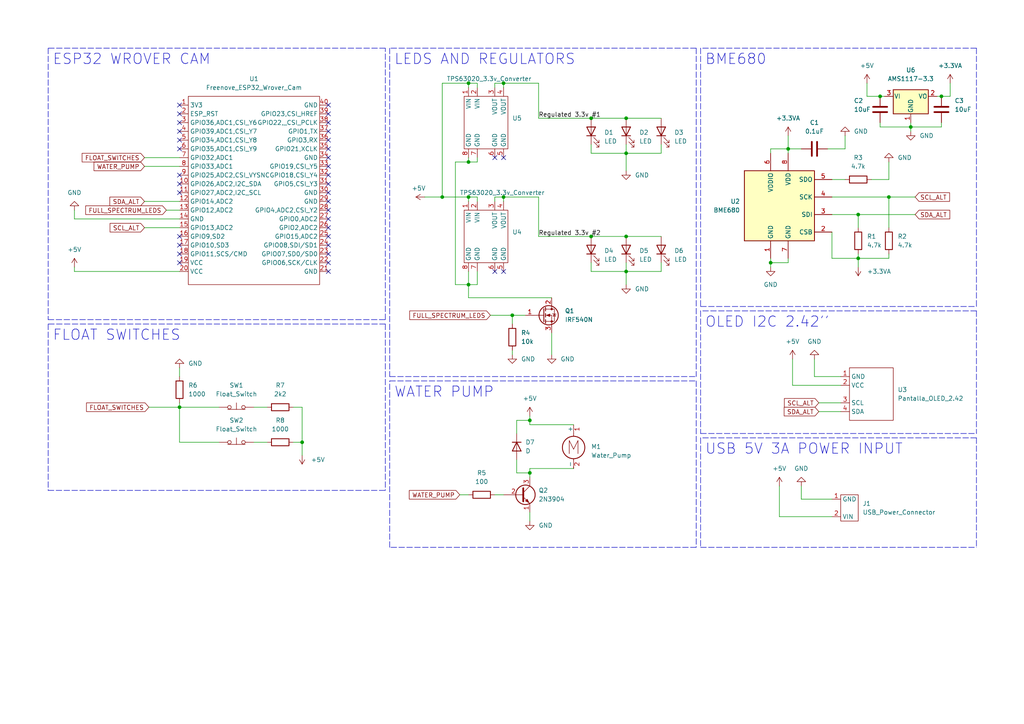
<source format=kicad_sch>
(kicad_sch (version 20211123) (generator eeschema)

  (uuid 140d09da-7a7b-4fc8-930f-cd54b8077305)

  (paper "A4")

  (title_block
    (title "Hydroponic IoT Schematics")
    (rev "0.1")
  )

  (lib_symbols
    (symbol "Device:C" (pin_numbers hide) (pin_names (offset 0.254)) (in_bom yes) (on_board yes)
      (property "Reference" "C" (id 0) (at 0.635 2.54 0)
        (effects (font (size 1.27 1.27)) (justify left))
      )
      (property "Value" "C" (id 1) (at 0.635 -2.54 0)
        (effects (font (size 1.27 1.27)) (justify left))
      )
      (property "Footprint" "" (id 2) (at 0.9652 -3.81 0)
        (effects (font (size 1.27 1.27)) hide)
      )
      (property "Datasheet" "~" (id 3) (at 0 0 0)
        (effects (font (size 1.27 1.27)) hide)
      )
      (property "ki_keywords" "cap capacitor" (id 4) (at 0 0 0)
        (effects (font (size 1.27 1.27)) hide)
      )
      (property "ki_description" "Unpolarized capacitor" (id 5) (at 0 0 0)
        (effects (font (size 1.27 1.27)) hide)
      )
      (property "ki_fp_filters" "C_*" (id 6) (at 0 0 0)
        (effects (font (size 1.27 1.27)) hide)
      )
      (symbol "C_0_1"
        (polyline
          (pts
            (xy -2.032 -0.762)
            (xy 2.032 -0.762)
          )
          (stroke (width 0.508) (type default) (color 0 0 0 0))
          (fill (type none))
        )
        (polyline
          (pts
            (xy -2.032 0.762)
            (xy 2.032 0.762)
          )
          (stroke (width 0.508) (type default) (color 0 0 0 0))
          (fill (type none))
        )
      )
      (symbol "C_1_1"
        (pin passive line (at 0 3.81 270) (length 2.794)
          (name "~" (effects (font (size 1.27 1.27))))
          (number "1" (effects (font (size 1.27 1.27))))
        )
        (pin passive line (at 0 -3.81 90) (length 2.794)
          (name "~" (effects (font (size 1.27 1.27))))
          (number "2" (effects (font (size 1.27 1.27))))
        )
      )
    )
    (symbol "Device:D" (pin_numbers hide) (pin_names (offset 1.016) hide) (in_bom yes) (on_board yes)
      (property "Reference" "D" (id 0) (at 0 2.54 0)
        (effects (font (size 1.27 1.27)))
      )
      (property "Value" "D" (id 1) (at 0 -2.54 0)
        (effects (font (size 1.27 1.27)))
      )
      (property "Footprint" "" (id 2) (at 0 0 0)
        (effects (font (size 1.27 1.27)) hide)
      )
      (property "Datasheet" "~" (id 3) (at 0 0 0)
        (effects (font (size 1.27 1.27)) hide)
      )
      (property "ki_keywords" "diode" (id 4) (at 0 0 0)
        (effects (font (size 1.27 1.27)) hide)
      )
      (property "ki_description" "Diode" (id 5) (at 0 0 0)
        (effects (font (size 1.27 1.27)) hide)
      )
      (property "ki_fp_filters" "TO-???* *_Diode_* *SingleDiode* D_*" (id 6) (at 0 0 0)
        (effects (font (size 1.27 1.27)) hide)
      )
      (symbol "D_0_1"
        (polyline
          (pts
            (xy -1.27 1.27)
            (xy -1.27 -1.27)
          )
          (stroke (width 0.254) (type default) (color 0 0 0 0))
          (fill (type none))
        )
        (polyline
          (pts
            (xy 1.27 0)
            (xy -1.27 0)
          )
          (stroke (width 0) (type default) (color 0 0 0 0))
          (fill (type none))
        )
        (polyline
          (pts
            (xy 1.27 1.27)
            (xy 1.27 -1.27)
            (xy -1.27 0)
            (xy 1.27 1.27)
          )
          (stroke (width 0.254) (type default) (color 0 0 0 0))
          (fill (type none))
        )
      )
      (symbol "D_1_1"
        (pin passive line (at -3.81 0 0) (length 2.54)
          (name "K" (effects (font (size 1.27 1.27))))
          (number "1" (effects (font (size 1.27 1.27))))
        )
        (pin passive line (at 3.81 0 180) (length 2.54)
          (name "A" (effects (font (size 1.27 1.27))))
          (number "2" (effects (font (size 1.27 1.27))))
        )
      )
    )
    (symbol "Device:LED" (pin_numbers hide) (pin_names (offset 1.016) hide) (in_bom yes) (on_board yes)
      (property "Reference" "D" (id 0) (at 0 2.54 0)
        (effects (font (size 1.27 1.27)))
      )
      (property "Value" "LED" (id 1) (at 0 -2.54 0)
        (effects (font (size 1.27 1.27)))
      )
      (property "Footprint" "" (id 2) (at 0 0 0)
        (effects (font (size 1.27 1.27)) hide)
      )
      (property "Datasheet" "~" (id 3) (at 0 0 0)
        (effects (font (size 1.27 1.27)) hide)
      )
      (property "ki_keywords" "LED diode" (id 4) (at 0 0 0)
        (effects (font (size 1.27 1.27)) hide)
      )
      (property "ki_description" "Light emitting diode" (id 5) (at 0 0 0)
        (effects (font (size 1.27 1.27)) hide)
      )
      (property "ki_fp_filters" "LED* LED_SMD:* LED_THT:*" (id 6) (at 0 0 0)
        (effects (font (size 1.27 1.27)) hide)
      )
      (symbol "LED_0_1"
        (polyline
          (pts
            (xy -1.27 -1.27)
            (xy -1.27 1.27)
          )
          (stroke (width 0.254) (type default) (color 0 0 0 0))
          (fill (type none))
        )
        (polyline
          (pts
            (xy -1.27 0)
            (xy 1.27 0)
          )
          (stroke (width 0) (type default) (color 0 0 0 0))
          (fill (type none))
        )
        (polyline
          (pts
            (xy 1.27 -1.27)
            (xy 1.27 1.27)
            (xy -1.27 0)
            (xy 1.27 -1.27)
          )
          (stroke (width 0.254) (type default) (color 0 0 0 0))
          (fill (type none))
        )
        (polyline
          (pts
            (xy -3.048 -0.762)
            (xy -4.572 -2.286)
            (xy -3.81 -2.286)
            (xy -4.572 -2.286)
            (xy -4.572 -1.524)
          )
          (stroke (width 0) (type default) (color 0 0 0 0))
          (fill (type none))
        )
        (polyline
          (pts
            (xy -1.778 -0.762)
            (xy -3.302 -2.286)
            (xy -2.54 -2.286)
            (xy -3.302 -2.286)
            (xy -3.302 -1.524)
          )
          (stroke (width 0) (type default) (color 0 0 0 0))
          (fill (type none))
        )
      )
      (symbol "LED_1_1"
        (pin passive line (at -3.81 0 0) (length 2.54)
          (name "K" (effects (font (size 1.27 1.27))))
          (number "1" (effects (font (size 1.27 1.27))))
        )
        (pin passive line (at 3.81 0 180) (length 2.54)
          (name "A" (effects (font (size 1.27 1.27))))
          (number "2" (effects (font (size 1.27 1.27))))
        )
      )
    )
    (symbol "Device:R" (pin_numbers hide) (pin_names (offset 0)) (in_bom yes) (on_board yes)
      (property "Reference" "R" (id 0) (at 2.032 0 90)
        (effects (font (size 1.27 1.27)))
      )
      (property "Value" "R" (id 1) (at 0 0 90)
        (effects (font (size 1.27 1.27)))
      )
      (property "Footprint" "" (id 2) (at -1.778 0 90)
        (effects (font (size 1.27 1.27)) hide)
      )
      (property "Datasheet" "~" (id 3) (at 0 0 0)
        (effects (font (size 1.27 1.27)) hide)
      )
      (property "ki_keywords" "R res resistor" (id 4) (at 0 0 0)
        (effects (font (size 1.27 1.27)) hide)
      )
      (property "ki_description" "Resistor" (id 5) (at 0 0 0)
        (effects (font (size 1.27 1.27)) hide)
      )
      (property "ki_fp_filters" "R_*" (id 6) (at 0 0 0)
        (effects (font (size 1.27 1.27)) hide)
      )
      (symbol "R_0_1"
        (rectangle (start -1.016 -2.54) (end 1.016 2.54)
          (stroke (width 0.254) (type default) (color 0 0 0 0))
          (fill (type none))
        )
      )
      (symbol "R_1_1"
        (pin passive line (at 0 3.81 270) (length 1.27)
          (name "~" (effects (font (size 1.27 1.27))))
          (number "1" (effects (font (size 1.27 1.27))))
        )
        (pin passive line (at 0 -3.81 90) (length 1.27)
          (name "~" (effects (font (size 1.27 1.27))))
          (number "2" (effects (font (size 1.27 1.27))))
        )
      )
    )
    (symbol "HydroponicLib:Freenove_ESP32_Wrover_Cam" (in_bom yes) (on_board yes)
      (property "Reference" "U" (id 0) (at 1.27 -29.21 0)
        (effects (font (size 1.27 1.27)))
      )
      (property "Value" "Freenove_ESP32_Wrover_Cam" (id 1) (at 0 30.48 0)
        (effects (font (size 1.27 1.27)))
      )
      (property "Footprint" "" (id 2) (at 0 0 0)
        (effects (font (size 1.27 1.27)) hide)
      )
      (property "Datasheet" "" (id 3) (at 0 0 0)
        (effects (font (size 1.27 1.27)) hide)
      )
      (symbol "Freenove_ESP32_Wrover_Cam_0_1"
        (rectangle (start -19.05 27.94) (end 19.05 -26.67)
          (stroke (width 0) (type default) (color 0 0 0 0))
          (fill (type none))
        )
      )
      (symbol "Freenove_ESP32_Wrover_Cam_1_1"
        (pin power_in line (at -21.59 25.4 0) (length 2.54)
          (name "3V3" (effects (font (size 1.27 1.27))))
          (number "1" (effects (font (size 1.27 1.27))))
        )
        (pin bidirectional line (at -21.59 2.54 0) (length 2.54)
          (name "GPIO26,ADC2,I2C_SDA" (effects (font (size 1.27 1.27))))
          (number "10" (effects (font (size 1.27 1.27))))
        )
        (pin bidirectional line (at -21.59 0 0) (length 2.54)
          (name "GPIO27,ADC2,I2C_SCL" (effects (font (size 1.27 1.27))))
          (number "11" (effects (font (size 1.27 1.27))))
        )
        (pin bidirectional line (at -21.59 -2.54 0) (length 2.54)
          (name "GPIO14,ADC2" (effects (font (size 1.27 1.27))))
          (number "12" (effects (font (size 1.27 1.27))))
        )
        (pin bidirectional line (at -21.59 -5.08 0) (length 2.54)
          (name "GPIO12,ADC2" (effects (font (size 1.27 1.27))))
          (number "13" (effects (font (size 1.27 1.27))))
        )
        (pin power_in line (at -21.59 -7.62 0) (length 2.54)
          (name "GND" (effects (font (size 1.27 1.27))))
          (number "14" (effects (font (size 1.27 1.27))))
        )
        (pin bidirectional line (at -21.59 -10.16 0) (length 2.54)
          (name "GPIO13,ADC2" (effects (font (size 1.27 1.27))))
          (number "15" (effects (font (size 1.27 1.27))))
        )
        (pin bidirectional line (at -21.59 -12.7 0) (length 2.54)
          (name "GPIO9,SD2" (effects (font (size 1.27 1.27))))
          (number "16" (effects (font (size 1.27 1.27))))
        )
        (pin bidirectional line (at -21.59 -15.24 0) (length 2.54)
          (name "GPIO10,SD3" (effects (font (size 1.27 1.27))))
          (number "17" (effects (font (size 1.27 1.27))))
        )
        (pin bidirectional line (at -21.59 -17.78 0) (length 2.54)
          (name "GPIO11,SCS/CMD" (effects (font (size 1.27 1.27))))
          (number "18" (effects (font (size 1.27 1.27))))
        )
        (pin power_in line (at -21.59 -20.32 0) (length 2.54)
          (name "VCC" (effects (font (size 1.27 1.27))))
          (number "19" (effects (font (size 1.27 1.27))))
        )
        (pin bidirectional line (at -21.59 22.86 0) (length 2.54)
          (name "ESP_RST" (effects (font (size 1.27 1.27))))
          (number "2" (effects (font (size 1.27 1.27))))
        )
        (pin power_in line (at -21.59 -22.86 0) (length 2.54)
          (name "VCC" (effects (font (size 1.27 1.27))))
          (number "20" (effects (font (size 1.27 1.27))))
        )
        (pin power_in line (at 21.59 -22.86 180) (length 2.54)
          (name "GND" (effects (font (size 1.27 1.27))))
          (number "21" (effects (font (size 1.27 1.27))))
        )
        (pin bidirectional line (at 21.59 -20.32 180) (length 2.54)
          (name "GPIO06,SCK/CLK" (effects (font (size 1.27 1.27))))
          (number "22" (effects (font (size 1.27 1.27))))
        )
        (pin bidirectional line (at 21.59 -17.78 180) (length 2.54)
          (name "GPIO07,SD0/SD0" (effects (font (size 1.27 1.27))))
          (number "23" (effects (font (size 1.27 1.27))))
        )
        (pin bidirectional line (at 21.59 -15.24 180) (length 2.54)
          (name "GPIO08,SDI/SD1" (effects (font (size 1.27 1.27))))
          (number "24" (effects (font (size 1.27 1.27))))
        )
        (pin bidirectional line (at 21.59 -12.7 180) (length 2.54)
          (name "GPIO15,ADC2" (effects (font (size 1.27 1.27))))
          (number "25" (effects (font (size 1.27 1.27))))
        )
        (pin bidirectional line (at 21.59 -10.16 180) (length 2.54)
          (name "GPIO2,ADC2" (effects (font (size 1.27 1.27))))
          (number "26" (effects (font (size 1.27 1.27))))
        )
        (pin bidirectional line (at 21.59 -7.62 180) (length 2.54)
          (name "GPIO0,ADC2" (effects (font (size 1.27 1.27))))
          (number "27" (effects (font (size 1.27 1.27))))
        )
        (pin bidirectional line (at 21.59 -5.08 180) (length 2.54)
          (name "GPIO4,ADC2,CSI_Y2" (effects (font (size 1.27 1.27))))
          (number "28" (effects (font (size 1.27 1.27))))
        )
        (pin power_in line (at 21.59 -2.54 180) (length 2.54)
          (name "GND" (effects (font (size 1.27 1.27))))
          (number "29" (effects (font (size 1.27 1.27))))
        )
        (pin input line (at -21.59 20.32 0) (length 2.54)
          (name "GPIO36,ADC1,CSI_Y6" (effects (font (size 1.27 1.27))))
          (number "3" (effects (font (size 1.27 1.27))))
        )
        (pin power_in line (at 21.59 0 180) (length 2.54)
          (name "GND" (effects (font (size 1.27 1.27))))
          (number "30" (effects (font (size 1.27 1.27))))
        )
        (pin bidirectional line (at 21.59 2.54 180) (length 2.54)
          (name "GPIO5,CSI_Y3" (effects (font (size 1.27 1.27))))
          (number "31" (effects (font (size 1.27 1.27))))
        )
        (pin bidirectional line (at 21.59 5.08 180) (length 2.54)
          (name "GPIO18,CSI_Y4" (effects (font (size 1.27 1.27))))
          (number "32" (effects (font (size 1.27 1.27))))
        )
        (pin bidirectional line (at 21.59 7.62 180) (length 2.54)
          (name "GPIO19,CSI_Y5" (effects (font (size 1.27 1.27))))
          (number "33" (effects (font (size 1.27 1.27))))
        )
        (pin power_out line (at 21.59 10.16 180) (length 2.54)
          (name "GND" (effects (font (size 1.27 1.27))))
          (number "34" (effects (font (size 1.27 1.27))))
        )
        (pin bidirectional line (at 21.59 12.7 180) (length 2.54)
          (name "GPIO21,XCLK" (effects (font (size 1.27 1.27))))
          (number "35" (effects (font (size 1.27 1.27))))
        )
        (pin bidirectional line (at 21.59 15.24 180) (length 2.54)
          (name "GPIO3,RX" (effects (font (size 1.27 1.27))))
          (number "36" (effects (font (size 1.27 1.27))))
        )
        (pin bidirectional line (at 21.59 17.78 180) (length 2.54)
          (name "GPIO1,TX" (effects (font (size 1.27 1.27))))
          (number "37" (effects (font (size 1.27 1.27))))
        )
        (pin bidirectional line (at 21.59 20.32 180) (length 2.54)
          (name "GPIO22,_CSI_PCLK" (effects (font (size 1.27 1.27))))
          (number "38" (effects (font (size 1.27 1.27))))
        )
        (pin bidirectional line (at 21.59 22.86 180) (length 2.54)
          (name "GPIO23,CSI_HREF" (effects (font (size 1.27 1.27))))
          (number "39" (effects (font (size 1.27 1.27))))
        )
        (pin input line (at -21.59 17.78 0) (length 2.54)
          (name "GPIO39,ADC1,CSI_Y7" (effects (font (size 1.27 1.27))))
          (number "4" (effects (font (size 1.27 1.27))))
        )
        (pin power_in line (at 21.59 25.4 180) (length 2.54)
          (name "GND" (effects (font (size 1.27 1.27))))
          (number "40" (effects (font (size 1.27 1.27))))
        )
        (pin input line (at -21.59 15.24 0) (length 2.54)
          (name "GPIO34,ADC1,CSI_Y8" (effects (font (size 1.27 1.27))))
          (number "5" (effects (font (size 1.27 1.27))))
        )
        (pin input line (at -21.59 12.7 0) (length 2.54)
          (name "GPIO35,ADC1,CSI_Y9" (effects (font (size 1.27 1.27))))
          (number "6" (effects (font (size 1.27 1.27))))
        )
        (pin bidirectional line (at -21.59 10.16 0) (length 2.54)
          (name "GPIO32,ADC1" (effects (font (size 1.27 1.27))))
          (number "7" (effects (font (size 1.27 1.27))))
        )
        (pin bidirectional line (at -21.59 7.62 0) (length 2.54)
          (name "GPIO33,ADC1" (effects (font (size 1.27 1.27))))
          (number "8" (effects (font (size 1.27 1.27))))
        )
        (pin bidirectional line (at -21.59 5.08 0) (length 2.54)
          (name "GPIO25,ADC2,CSI_VYSNC" (effects (font (size 1.27 1.27))))
          (number "9" (effects (font (size 1.27 1.27))))
        )
      )
    )
    (symbol "HydroponicLib:Pantalla_OLED_2.42" (in_bom yes) (on_board yes)
      (property "Reference" "U" (id 0) (at 1.27 -8.89 0)
        (effects (font (size 1.27 1.27)))
      )
      (property "Value" "Pantalla_OLED_2.42" (id 1) (at 0 8.89 0)
        (effects (font (size 1.27 1.27)))
      )
      (property "Footprint" "" (id 2) (at 0 0 0)
        (effects (font (size 1.27 1.27)) hide)
      )
      (property "Datasheet" "" (id 3) (at 0 0 0)
        (effects (font (size 1.27 1.27)) hide)
      )
      (symbol "Pantalla_OLED_2.42_0_1"
        (rectangle (start -6.35 7.62) (end 6.35 -7.62)
          (stroke (width 0) (type default) (color 0 0 0 0))
          (fill (type none))
        )
      )
      (symbol "Pantalla_OLED_2.42_1_1"
        (pin power_in line (at -8.89 5.08 0) (length 2.54)
          (name "GND" (effects (font (size 1.27 1.27))))
          (number "1" (effects (font (size 1.27 1.27))))
        )
        (pin power_in line (at -8.89 2.54 0) (length 2.54)
          (name "VCC" (effects (font (size 1.27 1.27))))
          (number "2" (effects (font (size 1.27 1.27))))
        )
        (pin bidirectional line (at -8.89 -2.54 0) (length 2.54)
          (name "SCL" (effects (font (size 1.27 1.27))))
          (number "3" (effects (font (size 1.27 1.27))))
        )
        (pin bidirectional line (at -8.89 -5.08 0) (length 2.54)
          (name "SDA" (effects (font (size 1.27 1.27))))
          (number "4" (effects (font (size 1.27 1.27))))
        )
      )
    )
    (symbol "HydroponicLib:TPS63020_3.3v_Converter" (in_bom yes) (on_board yes)
      (property "Reference" "U" (id 0) (at 0 -7.62 0)
        (effects (font (size 1.27 1.27)))
      )
      (property "Value" "TPS63020_3.3v_Converter" (id 1) (at 0 7.62 0)
        (effects (font (size 1.27 1.27)))
      )
      (property "Footprint" "" (id 2) (at 0 0 0)
        (effects (font (size 1.27 1.27)) hide)
      )
      (property "Datasheet" "" (id 3) (at 0 0 0)
        (effects (font (size 1.27 1.27)) hide)
      )
      (symbol "TPS63020_3.3v_Converter_0_1"
        (rectangle (start -7.62 6.35) (end 7.62 -6.35)
          (stroke (width 0) (type default) (color 0 0 0 0))
          (fill (type none))
        )
      )
      (symbol "TPS63020_3.3v_Converter_1_1"
        (pin passive line (at -10.16 5.08 0) (length 2.54)
          (name "VIN" (effects (font (size 1.27 1.27))))
          (number "1" (effects (font (size 1.27 1.27))))
        )
        (pin passive line (at -10.16 2.54 0) (length 2.54)
          (name "VIN" (effects (font (size 1.27 1.27))))
          (number "2" (effects (font (size 1.27 1.27))))
        )
        (pin passive line (at -10.16 -2.54 0) (length 2.54)
          (name "VOUT" (effects (font (size 1.27 1.27))))
          (number "3" (effects (font (size 1.27 1.27))))
        )
        (pin passive line (at -10.16 -5.08 0) (length 2.54)
          (name "VOUT" (effects (font (size 1.27 1.27))))
          (number "4" (effects (font (size 1.27 1.27))))
        )
        (pin passive line (at 10.16 -5.08 180) (length 2.54)
          (name "GND" (effects (font (size 1.27 1.27))))
          (number "5" (effects (font (size 1.27 1.27))))
        )
        (pin passive line (at 10.16 -2.54 180) (length 2.54)
          (name "GND" (effects (font (size 1.27 1.27))))
          (number "6" (effects (font (size 1.27 1.27))))
        )
        (pin passive line (at 10.16 2.54 180) (length 2.54)
          (name "GND" (effects (font (size 1.27 1.27))))
          (number "7" (effects (font (size 1.27 1.27))))
        )
        (pin passive line (at 10.16 5.08 180) (length 2.54)
          (name "GND" (effects (font (size 1.27 1.27))))
          (number "8" (effects (font (size 1.27 1.27))))
        )
      )
    )
    (symbol "HydroponicLib:USB_Power_Connector" (in_bom yes) (on_board yes)
      (property "Reference" "J" (id 0) (at 1.27 -5.08 0)
        (effects (font (size 1.27 1.27)))
      )
      (property "Value" "USB_Power_Connector" (id 1) (at 0 6.35 0)
        (effects (font (size 1.27 1.27)))
      )
      (property "Footprint" "" (id 2) (at 0 0 0)
        (effects (font (size 1.27 1.27)) hide)
      )
      (property "Datasheet" "" (id 3) (at 0 0 0)
        (effects (font (size 1.27 1.27)) hide)
      )
      (symbol "USB_Power_Connector_0_1"
        (rectangle (start 2.54 -3.81) (end -2.54 3.81)
          (stroke (width 0) (type default) (color 0 0 0 0))
          (fill (type none))
        )
      )
      (symbol "USB_Power_Connector_1_1"
        (pin power_out line (at -5.08 2.54 0) (length 2.54)
          (name "GND" (effects (font (size 1.27 1.27))))
          (number "1" (effects (font (size 1.27 1.27))))
        )
        (pin power_out line (at -5.08 -2.54 0) (length 2.54)
          (name "VIN" (effects (font (size 1.27 1.27))))
          (number "2" (effects (font (size 1.27 1.27))))
        )
      )
    )
    (symbol "Motor:Motor_DC" (pin_names (offset 0)) (in_bom yes) (on_board yes)
      (property "Reference" "M" (id 0) (at 2.54 2.54 0)
        (effects (font (size 1.27 1.27)) (justify left))
      )
      (property "Value" "Motor_DC" (id 1) (at 2.54 -5.08 0)
        (effects (font (size 1.27 1.27)) (justify left top))
      )
      (property "Footprint" "" (id 2) (at 0 -2.286 0)
        (effects (font (size 1.27 1.27)) hide)
      )
      (property "Datasheet" "~" (id 3) (at 0 -2.286 0)
        (effects (font (size 1.27 1.27)) hide)
      )
      (property "ki_keywords" "DC Motor" (id 4) (at 0 0 0)
        (effects (font (size 1.27 1.27)) hide)
      )
      (property "ki_description" "DC Motor" (id 5) (at 0 0 0)
        (effects (font (size 1.27 1.27)) hide)
      )
      (property "ki_fp_filters" "PinHeader*P2.54mm* TerminalBlock*" (id 6) (at 0 0 0)
        (effects (font (size 1.27 1.27)) hide)
      )
      (symbol "Motor_DC_0_0"
        (polyline
          (pts
            (xy -1.27 -3.302)
            (xy -1.27 0.508)
            (xy 0 -2.032)
            (xy 1.27 0.508)
            (xy 1.27 -3.302)
          )
          (stroke (width 0) (type default) (color 0 0 0 0))
          (fill (type none))
        )
      )
      (symbol "Motor_DC_0_1"
        (circle (center 0 -1.524) (radius 3.2512)
          (stroke (width 0.254) (type default) (color 0 0 0 0))
          (fill (type none))
        )
        (polyline
          (pts
            (xy 0 -7.62)
            (xy 0 -7.112)
          )
          (stroke (width 0) (type default) (color 0 0 0 0))
          (fill (type none))
        )
        (polyline
          (pts
            (xy 0 -4.7752)
            (xy 0 -5.1816)
          )
          (stroke (width 0) (type default) (color 0 0 0 0))
          (fill (type none))
        )
        (polyline
          (pts
            (xy 0 1.7272)
            (xy 0 2.0828)
          )
          (stroke (width 0) (type default) (color 0 0 0 0))
          (fill (type none))
        )
        (polyline
          (pts
            (xy 0 2.032)
            (xy 0 2.54)
          )
          (stroke (width 0) (type default) (color 0 0 0 0))
          (fill (type none))
        )
      )
      (symbol "Motor_DC_1_1"
        (pin passive line (at 0 5.08 270) (length 2.54)
          (name "+" (effects (font (size 1.27 1.27))))
          (number "1" (effects (font (size 1.27 1.27))))
        )
        (pin passive line (at 0 -7.62 90) (length 2.54)
          (name "-" (effects (font (size 1.27 1.27))))
          (number "2" (effects (font (size 1.27 1.27))))
        )
      )
    )
    (symbol "Regulator_Linear:AMS1117-3.3" (pin_names (offset 0.254)) (in_bom yes) (on_board yes)
      (property "Reference" "U" (id 0) (at -3.81 3.175 0)
        (effects (font (size 1.27 1.27)))
      )
      (property "Value" "AMS1117-3.3" (id 1) (at 0 3.175 0)
        (effects (font (size 1.27 1.27)) (justify left))
      )
      (property "Footprint" "Package_TO_SOT_SMD:SOT-223-3_TabPin2" (id 2) (at 0 5.08 0)
        (effects (font (size 1.27 1.27)) hide)
      )
      (property "Datasheet" "http://www.advanced-monolithic.com/pdf/ds1117.pdf" (id 3) (at 2.54 -6.35 0)
        (effects (font (size 1.27 1.27)) hide)
      )
      (property "ki_keywords" "linear regulator ldo fixed positive" (id 4) (at 0 0 0)
        (effects (font (size 1.27 1.27)) hide)
      )
      (property "ki_description" "1A Low Dropout regulator, positive, 3.3V fixed output, SOT-223" (id 5) (at 0 0 0)
        (effects (font (size 1.27 1.27)) hide)
      )
      (property "ki_fp_filters" "SOT?223*TabPin2*" (id 6) (at 0 0 0)
        (effects (font (size 1.27 1.27)) hide)
      )
      (symbol "AMS1117-3.3_0_1"
        (rectangle (start -5.08 -5.08) (end 5.08 1.905)
          (stroke (width 0.254) (type default) (color 0 0 0 0))
          (fill (type background))
        )
      )
      (symbol "AMS1117-3.3_1_1"
        (pin power_in line (at 0 -7.62 90) (length 2.54)
          (name "GND" (effects (font (size 1.27 1.27))))
          (number "1" (effects (font (size 1.27 1.27))))
        )
        (pin power_out line (at 7.62 0 180) (length 2.54)
          (name "VO" (effects (font (size 1.27 1.27))))
          (number "2" (effects (font (size 1.27 1.27))))
        )
        (pin power_in line (at -7.62 0 0) (length 2.54)
          (name "VI" (effects (font (size 1.27 1.27))))
          (number "3" (effects (font (size 1.27 1.27))))
        )
      )
    )
    (symbol "Sensor:BME680" (in_bom yes) (on_board yes)
      (property "Reference" "U" (id 0) (at -8.89 11.43 0)
        (effects (font (size 1.27 1.27)))
      )
      (property "Value" "BME680" (id 1) (at 7.62 11.43 0)
        (effects (font (size 1.27 1.27)))
      )
      (property "Footprint" "Package_LGA:Bosch_LGA-8_3x3mm_P0.8mm_ClockwisePinNumbering" (id 2) (at 36.83 -11.43 0)
        (effects (font (size 1.27 1.27)) hide)
      )
      (property "Datasheet" "https://ae-bst.resource.bosch.com/media/_tech/media/datasheets/BST-BME680-DS001.pdf" (id 3) (at 0 -5.08 0)
        (effects (font (size 1.27 1.27)) hide)
      )
      (property "ki_keywords" "Bosch gas pressure humidity temperature environment environmental measurement digital" (id 4) (at 0 0 0)
        (effects (font (size 1.27 1.27)) hide)
      )
      (property "ki_description" "4-in-1 sensor, gas, humidity, pressure, temperature, I2C and SPI interface, 1.71-3.6V, LGA-8" (id 5) (at 0 0 0)
        (effects (font (size 1.27 1.27)) hide)
      )
      (property "ki_fp_filters" "*LGA*3x3mm*P0.8mm*Clockwise*" (id 6) (at 0 0 0)
        (effects (font (size 1.27 1.27)) hide)
      )
      (symbol "BME680_0_1"
        (rectangle (start -10.16 10.16) (end 10.16 -10.16)
          (stroke (width 0.254) (type default) (color 0 0 0 0))
          (fill (type background))
        )
      )
      (symbol "BME680_1_1"
        (pin power_in line (at -2.54 -15.24 90) (length 5.08)
          (name "GND" (effects (font (size 1.27 1.27))))
          (number "1" (effects (font (size 1.27 1.27))))
        )
        (pin input line (at 15.24 -7.62 180) (length 5.08)
          (name "CSB" (effects (font (size 1.27 1.27))))
          (number "2" (effects (font (size 1.27 1.27))))
        )
        (pin bidirectional line (at 15.24 -2.54 180) (length 5.08)
          (name "SDI" (effects (font (size 1.27 1.27))))
          (number "3" (effects (font (size 1.27 1.27))))
        )
        (pin input line (at 15.24 2.54 180) (length 5.08)
          (name "SCK" (effects (font (size 1.27 1.27))))
          (number "4" (effects (font (size 1.27 1.27))))
        )
        (pin bidirectional line (at 15.24 7.62 180) (length 5.08)
          (name "SDO" (effects (font (size 1.27 1.27))))
          (number "5" (effects (font (size 1.27 1.27))))
        )
        (pin power_in line (at -2.54 15.24 270) (length 5.08)
          (name "VDDIO" (effects (font (size 1.27 1.27))))
          (number "6" (effects (font (size 1.27 1.27))))
        )
        (pin power_in line (at 2.54 -15.24 90) (length 5.08)
          (name "GND" (effects (font (size 1.27 1.27))))
          (number "7" (effects (font (size 1.27 1.27))))
        )
        (pin power_in line (at 2.54 15.24 270) (length 5.08)
          (name "VDD" (effects (font (size 1.27 1.27))))
          (number "8" (effects (font (size 1.27 1.27))))
        )
      )
    )
    (symbol "Switch:SW_Push_Open" (pin_numbers hide) (pin_names (offset 1.016) hide) (in_bom yes) (on_board yes)
      (property "Reference" "SW" (id 0) (at 0 2.54 0)
        (effects (font (size 1.27 1.27)))
      )
      (property "Value" "SW_Push_Open" (id 1) (at 0 -1.905 0)
        (effects (font (size 1.27 1.27)))
      )
      (property "Footprint" "" (id 2) (at 0 5.08 0)
        (effects (font (size 1.27 1.27)) hide)
      )
      (property "Datasheet" "~" (id 3) (at 0 5.08 0)
        (effects (font (size 1.27 1.27)) hide)
      )
      (property "ki_keywords" "switch normally-closed pushbutton push-button" (id 4) (at 0 0 0)
        (effects (font (size 1.27 1.27)) hide)
      )
      (property "ki_description" "Push button switch, push-to-open, generic, two pins" (id 5) (at 0 0 0)
        (effects (font (size 1.27 1.27)) hide)
      )
      (symbol "SW_Push_Open_0_1"
        (circle (center -2.032 0) (radius 0.508)
          (stroke (width 0) (type default) (color 0 0 0 0))
          (fill (type none))
        )
        (polyline
          (pts
            (xy -2.54 -0.635)
            (xy 2.54 -0.635)
          )
          (stroke (width 0) (type default) (color 0 0 0 0))
          (fill (type none))
        )
        (polyline
          (pts
            (xy 0 -0.635)
            (xy 0 1.27)
          )
          (stroke (width 0) (type default) (color 0 0 0 0))
          (fill (type none))
        )
        (circle (center 2.032 0) (radius 0.508)
          (stroke (width 0) (type default) (color 0 0 0 0))
          (fill (type none))
        )
        (pin passive line (at -5.08 0 0) (length 2.54)
          (name "A" (effects (font (size 1.27 1.27))))
          (number "1" (effects (font (size 1.27 1.27))))
        )
      )
      (symbol "SW_Push_Open_1_1"
        (pin passive line (at 5.08 0 180) (length 2.54)
          (name "B" (effects (font (size 1.27 1.27))))
          (number "2" (effects (font (size 1.27 1.27))))
        )
      )
    )
    (symbol "TPS63020_3.3v_Converter_1" (in_bom yes) (on_board yes)
      (property "Reference" "U" (id 0) (at 0 -7.62 0)
        (effects (font (size 1.27 1.27)))
      )
      (property "Value" "TPS63020_3.3v_Converter_1" (id 1) (at 0 7.62 0)
        (effects (font (size 1.27 1.27)))
      )
      (property "Footprint" "" (id 2) (at 0 0 0)
        (effects (font (size 1.27 1.27)) hide)
      )
      (property "Datasheet" "" (id 3) (at 0 0 0)
        (effects (font (size 1.27 1.27)) hide)
      )
      (symbol "TPS63020_3.3v_Converter_1_0_1"
        (rectangle (start -7.62 6.35) (end 7.62 -6.35)
          (stroke (width 0) (type default) (color 0 0 0 0))
          (fill (type none))
        )
      )
      (symbol "TPS63020_3.3v_Converter_1_1_1"
        (pin passive line (at -10.16 5.08 0) (length 2.54)
          (name "VIN" (effects (font (size 1.27 1.27))))
          (number "1" (effects (font (size 1.27 1.27))))
        )
        (pin passive line (at -10.16 2.54 0) (length 2.54)
          (name "VIN" (effects (font (size 1.27 1.27))))
          (number "2" (effects (font (size 1.27 1.27))))
        )
        (pin passive line (at -10.16 -2.54 0) (length 2.54)
          (name "VOUT" (effects (font (size 1.27 1.27))))
          (number "3" (effects (font (size 1.27 1.27))))
        )
        (pin passive line (at -10.16 -5.08 0) (length 2.54)
          (name "VOUT" (effects (font (size 1.27 1.27))))
          (number "4" (effects (font (size 1.27 1.27))))
        )
        (pin passive line (at 10.16 -5.08 180) (length 2.54)
          (name "GND" (effects (font (size 1.27 1.27))))
          (number "5" (effects (font (size 1.27 1.27))))
        )
        (pin passive line (at 10.16 -2.54 180) (length 2.54)
          (name "GND" (effects (font (size 1.27 1.27))))
          (number "6" (effects (font (size 1.27 1.27))))
        )
        (pin passive line (at 10.16 2.54 180) (length 2.54)
          (name "GND" (effects (font (size 1.27 1.27))))
          (number "7" (effects (font (size 1.27 1.27))))
        )
        (pin passive line (at 10.16 5.08 180) (length 2.54)
          (name "GND" (effects (font (size 1.27 1.27))))
          (number "8" (effects (font (size 1.27 1.27))))
        )
      )
    )
    (symbol "Transistor_BJT:2N3904" (pin_names (offset 0) hide) (in_bom yes) (on_board yes)
      (property "Reference" "Q" (id 0) (at 5.08 1.905 0)
        (effects (font (size 1.27 1.27)) (justify left))
      )
      (property "Value" "2N3904" (id 1) (at 5.08 0 0)
        (effects (font (size 1.27 1.27)) (justify left))
      )
      (property "Footprint" "Package_TO_SOT_THT:TO-92_Inline" (id 2) (at 5.08 -1.905 0)
        (effects (font (size 1.27 1.27) italic) (justify left) hide)
      )
      (property "Datasheet" "https://www.onsemi.com/pub/Collateral/2N3903-D.PDF" (id 3) (at 0 0 0)
        (effects (font (size 1.27 1.27)) (justify left) hide)
      )
      (property "ki_keywords" "NPN Transistor" (id 4) (at 0 0 0)
        (effects (font (size 1.27 1.27)) hide)
      )
      (property "ki_description" "0.2A Ic, 40V Vce, Small Signal NPN Transistor, TO-92" (id 5) (at 0 0 0)
        (effects (font (size 1.27 1.27)) hide)
      )
      (property "ki_fp_filters" "TO?92*" (id 6) (at 0 0 0)
        (effects (font (size 1.27 1.27)) hide)
      )
      (symbol "2N3904_0_1"
        (polyline
          (pts
            (xy 0.635 0.635)
            (xy 2.54 2.54)
          )
          (stroke (width 0) (type default) (color 0 0 0 0))
          (fill (type none))
        )
        (polyline
          (pts
            (xy 0.635 -0.635)
            (xy 2.54 -2.54)
            (xy 2.54 -2.54)
          )
          (stroke (width 0) (type default) (color 0 0 0 0))
          (fill (type none))
        )
        (polyline
          (pts
            (xy 0.635 1.905)
            (xy 0.635 -1.905)
            (xy 0.635 -1.905)
          )
          (stroke (width 0.508) (type default) (color 0 0 0 0))
          (fill (type none))
        )
        (polyline
          (pts
            (xy 1.27 -1.778)
            (xy 1.778 -1.27)
            (xy 2.286 -2.286)
            (xy 1.27 -1.778)
            (xy 1.27 -1.778)
          )
          (stroke (width 0) (type default) (color 0 0 0 0))
          (fill (type outline))
        )
        (circle (center 1.27 0) (radius 2.8194)
          (stroke (width 0.254) (type default) (color 0 0 0 0))
          (fill (type none))
        )
      )
      (symbol "2N3904_1_1"
        (pin passive line (at 2.54 -5.08 90) (length 2.54)
          (name "E" (effects (font (size 1.27 1.27))))
          (number "1" (effects (font (size 1.27 1.27))))
        )
        (pin passive line (at -5.08 0 0) (length 5.715)
          (name "B" (effects (font (size 1.27 1.27))))
          (number "2" (effects (font (size 1.27 1.27))))
        )
        (pin passive line (at 2.54 5.08 270) (length 2.54)
          (name "C" (effects (font (size 1.27 1.27))))
          (number "3" (effects (font (size 1.27 1.27))))
        )
      )
    )
    (symbol "Transistor_FET:IRF540N" (pin_names hide) (in_bom yes) (on_board yes)
      (property "Reference" "Q" (id 0) (at 6.35 1.905 0)
        (effects (font (size 1.27 1.27)) (justify left))
      )
      (property "Value" "IRF540N" (id 1) (at 6.35 0 0)
        (effects (font (size 1.27 1.27)) (justify left))
      )
      (property "Footprint" "Package_TO_SOT_THT:TO-220-3_Vertical" (id 2) (at 6.35 -1.905 0)
        (effects (font (size 1.27 1.27) italic) (justify left) hide)
      )
      (property "Datasheet" "http://www.irf.com/product-info/datasheets/data/irf540n.pdf" (id 3) (at 0 0 0)
        (effects (font (size 1.27 1.27)) (justify left) hide)
      )
      (property "ki_keywords" "HEXFET N-Channel MOSFET" (id 4) (at 0 0 0)
        (effects (font (size 1.27 1.27)) hide)
      )
      (property "ki_description" "33A Id, 100V Vds, HEXFET N-Channel MOSFET, TO-220" (id 5) (at 0 0 0)
        (effects (font (size 1.27 1.27)) hide)
      )
      (property "ki_fp_filters" "TO?220*" (id 6) (at 0 0 0)
        (effects (font (size 1.27 1.27)) hide)
      )
      (symbol "IRF540N_0_1"
        (polyline
          (pts
            (xy 0.254 0)
            (xy -2.54 0)
          )
          (stroke (width 0) (type default) (color 0 0 0 0))
          (fill (type none))
        )
        (polyline
          (pts
            (xy 0.254 1.905)
            (xy 0.254 -1.905)
          )
          (stroke (width 0.254) (type default) (color 0 0 0 0))
          (fill (type none))
        )
        (polyline
          (pts
            (xy 0.762 -1.27)
            (xy 0.762 -2.286)
          )
          (stroke (width 0.254) (type default) (color 0 0 0 0))
          (fill (type none))
        )
        (polyline
          (pts
            (xy 0.762 0.508)
            (xy 0.762 -0.508)
          )
          (stroke (width 0.254) (type default) (color 0 0 0 0))
          (fill (type none))
        )
        (polyline
          (pts
            (xy 0.762 2.286)
            (xy 0.762 1.27)
          )
          (stroke (width 0.254) (type default) (color 0 0 0 0))
          (fill (type none))
        )
        (polyline
          (pts
            (xy 2.54 2.54)
            (xy 2.54 1.778)
          )
          (stroke (width 0) (type default) (color 0 0 0 0))
          (fill (type none))
        )
        (polyline
          (pts
            (xy 2.54 -2.54)
            (xy 2.54 0)
            (xy 0.762 0)
          )
          (stroke (width 0) (type default) (color 0 0 0 0))
          (fill (type none))
        )
        (polyline
          (pts
            (xy 0.762 -1.778)
            (xy 3.302 -1.778)
            (xy 3.302 1.778)
            (xy 0.762 1.778)
          )
          (stroke (width 0) (type default) (color 0 0 0 0))
          (fill (type none))
        )
        (polyline
          (pts
            (xy 1.016 0)
            (xy 2.032 0.381)
            (xy 2.032 -0.381)
            (xy 1.016 0)
          )
          (stroke (width 0) (type default) (color 0 0 0 0))
          (fill (type outline))
        )
        (polyline
          (pts
            (xy 2.794 0.508)
            (xy 2.921 0.381)
            (xy 3.683 0.381)
            (xy 3.81 0.254)
          )
          (stroke (width 0) (type default) (color 0 0 0 0))
          (fill (type none))
        )
        (polyline
          (pts
            (xy 3.302 0.381)
            (xy 2.921 -0.254)
            (xy 3.683 -0.254)
            (xy 3.302 0.381)
          )
          (stroke (width 0) (type default) (color 0 0 0 0))
          (fill (type none))
        )
        (circle (center 1.651 0) (radius 2.794)
          (stroke (width 0.254) (type default) (color 0 0 0 0))
          (fill (type none))
        )
        (circle (center 2.54 -1.778) (radius 0.254)
          (stroke (width 0) (type default) (color 0 0 0 0))
          (fill (type outline))
        )
        (circle (center 2.54 1.778) (radius 0.254)
          (stroke (width 0) (type default) (color 0 0 0 0))
          (fill (type outline))
        )
      )
      (symbol "IRF540N_1_1"
        (pin input line (at -5.08 0 0) (length 2.54)
          (name "G" (effects (font (size 1.27 1.27))))
          (number "1" (effects (font (size 1.27 1.27))))
        )
        (pin passive line (at 2.54 5.08 270) (length 2.54)
          (name "D" (effects (font (size 1.27 1.27))))
          (number "2" (effects (font (size 1.27 1.27))))
        )
        (pin passive line (at 2.54 -5.08 90) (length 2.54)
          (name "S" (effects (font (size 1.27 1.27))))
          (number "3" (effects (font (size 1.27 1.27))))
        )
      )
    )
    (symbol "power:+3.3VA" (power) (pin_names (offset 0)) (in_bom yes) (on_board yes)
      (property "Reference" "#PWR" (id 0) (at 0 -3.81 0)
        (effects (font (size 1.27 1.27)) hide)
      )
      (property "Value" "+3.3VA" (id 1) (at 0 3.556 0)
        (effects (font (size 1.27 1.27)))
      )
      (property "Footprint" "" (id 2) (at 0 0 0)
        (effects (font (size 1.27 1.27)) hide)
      )
      (property "Datasheet" "" (id 3) (at 0 0 0)
        (effects (font (size 1.27 1.27)) hide)
      )
      (property "ki_keywords" "power-flag" (id 4) (at 0 0 0)
        (effects (font (size 1.27 1.27)) hide)
      )
      (property "ki_description" "Power symbol creates a global label with name \"+3.3VA\"" (id 5) (at 0 0 0)
        (effects (font (size 1.27 1.27)) hide)
      )
      (symbol "+3.3VA_0_1"
        (polyline
          (pts
            (xy -0.762 1.27)
            (xy 0 2.54)
          )
          (stroke (width 0) (type default) (color 0 0 0 0))
          (fill (type none))
        )
        (polyline
          (pts
            (xy 0 0)
            (xy 0 2.54)
          )
          (stroke (width 0) (type default) (color 0 0 0 0))
          (fill (type none))
        )
        (polyline
          (pts
            (xy 0 2.54)
            (xy 0.762 1.27)
          )
          (stroke (width 0) (type default) (color 0 0 0 0))
          (fill (type none))
        )
      )
      (symbol "+3.3VA_1_1"
        (pin power_in line (at 0 0 90) (length 0) hide
          (name "+3.3VA" (effects (font (size 1.27 1.27))))
          (number "1" (effects (font (size 1.27 1.27))))
        )
      )
    )
    (symbol "power:+5V" (power) (pin_names (offset 0)) (in_bom yes) (on_board yes)
      (property "Reference" "#PWR" (id 0) (at 0 -3.81 0)
        (effects (font (size 1.27 1.27)) hide)
      )
      (property "Value" "+5V" (id 1) (at 0 3.556 0)
        (effects (font (size 1.27 1.27)))
      )
      (property "Footprint" "" (id 2) (at 0 0 0)
        (effects (font (size 1.27 1.27)) hide)
      )
      (property "Datasheet" "" (id 3) (at 0 0 0)
        (effects (font (size 1.27 1.27)) hide)
      )
      (property "ki_keywords" "power-flag" (id 4) (at 0 0 0)
        (effects (font (size 1.27 1.27)) hide)
      )
      (property "ki_description" "Power symbol creates a global label with name \"+5V\"" (id 5) (at 0 0 0)
        (effects (font (size 1.27 1.27)) hide)
      )
      (symbol "+5V_0_1"
        (polyline
          (pts
            (xy -0.762 1.27)
            (xy 0 2.54)
          )
          (stroke (width 0) (type default) (color 0 0 0 0))
          (fill (type none))
        )
        (polyline
          (pts
            (xy 0 0)
            (xy 0 2.54)
          )
          (stroke (width 0) (type default) (color 0 0 0 0))
          (fill (type none))
        )
        (polyline
          (pts
            (xy 0 2.54)
            (xy 0.762 1.27)
          )
          (stroke (width 0) (type default) (color 0 0 0 0))
          (fill (type none))
        )
      )
      (symbol "+5V_1_1"
        (pin power_in line (at 0 0 90) (length 0) hide
          (name "+5V" (effects (font (size 1.27 1.27))))
          (number "1" (effects (font (size 1.27 1.27))))
        )
      )
    )
    (symbol "power:GND" (power) (pin_names (offset 0)) (in_bom yes) (on_board yes)
      (property "Reference" "#PWR" (id 0) (at 0 -6.35 0)
        (effects (font (size 1.27 1.27)) hide)
      )
      (property "Value" "GND" (id 1) (at 0 -3.81 0)
        (effects (font (size 1.27 1.27)))
      )
      (property "Footprint" "" (id 2) (at 0 0 0)
        (effects (font (size 1.27 1.27)) hide)
      )
      (property "Datasheet" "" (id 3) (at 0 0 0)
        (effects (font (size 1.27 1.27)) hide)
      )
      (property "ki_keywords" "power-flag" (id 4) (at 0 0 0)
        (effects (font (size 1.27 1.27)) hide)
      )
      (property "ki_description" "Power symbol creates a global label with name \"GND\" , ground" (id 5) (at 0 0 0)
        (effects (font (size 1.27 1.27)) hide)
      )
      (symbol "GND_0_1"
        (polyline
          (pts
            (xy 0 0)
            (xy 0 -1.27)
            (xy 1.27 -1.27)
            (xy 0 -2.54)
            (xy -1.27 -1.27)
            (xy 0 -1.27)
          )
          (stroke (width 0) (type default) (color 0 0 0 0))
          (fill (type none))
        )
      )
      (symbol "GND_1_1"
        (pin power_in line (at 0 0 270) (length 0) hide
          (name "GND" (effects (font (size 1.27 1.27))))
          (number "1" (effects (font (size 1.27 1.27))))
        )
      )
    )
  )

  (junction (at 273.05 27.94) (diameter 0) (color 0 0 0 0)
    (uuid 1394744f-768c-44bd-8e4f-d2b9cd7fd087)
  )
  (junction (at 52.07 118.11) (diameter 0) (color 0 0 0 0)
    (uuid 18e1da2b-8737-42a6-ba70-9853fa1535e3)
  )
  (junction (at 264.16 36.83) (diameter 0) (color 0 0 0 0)
    (uuid 25de549e-cc09-47db-aec2-0101b816baf9)
  )
  (junction (at 128.27 57.15) (diameter 0) (color 0 0 0 0)
    (uuid 28b64649-1e49-48df-b442-847831e9060a)
  )
  (junction (at 248.92 74.93) (diameter 0) (color 0 0 0 0)
    (uuid 2f1151f7-0d4c-4209-ab4e-8756002ea4e9)
  )
  (junction (at 181.61 78.74) (diameter 0) (color 0 0 0 0)
    (uuid 3d623684-1c0f-4ba5-8531-6e89fbacc339)
  )
  (junction (at 181.61 34.29) (diameter 0) (color 0 0 0 0)
    (uuid 516c9693-e8d6-434e-8507-51dfa2b8498d)
  )
  (junction (at 255.27 27.94) (diameter 0) (color 0 0 0 0)
    (uuid 5454854d-4dc9-4ed5-8e9a-23fd436f6e89)
  )
  (junction (at 181.61 44.45) (diameter 0) (color 0 0 0 0)
    (uuid 6353cac8-1322-4be8-916f-1bc88be501bf)
  )
  (junction (at 135.89 46.99) (diameter 0) (color 0 0 0 0)
    (uuid 74dfdc35-ff64-4c7a-8fe7-909b381f6f44)
  )
  (junction (at 153.67 137.16) (diameter 0) (color 0 0 0 0)
    (uuid 81e81cee-262d-420e-87ef-a83869c0484d)
  )
  (junction (at 146.05 57.15) (diameter 0) (color 0 0 0 0)
    (uuid 85ff073e-f6fa-44a1-ae8c-cc8f57dfd175)
  )
  (junction (at 181.61 68.58) (diameter 0) (color 0 0 0 0)
    (uuid 87b67392-f0de-4971-9a8d-3295d45f51f0)
  )
  (junction (at 171.45 34.29) (diameter 0) (color 0 0 0 0)
    (uuid 8da7007b-1107-44fb-95dd-8b821bca17b9)
  )
  (junction (at 87.63 128.27) (diameter 0) (color 0 0 0 0)
    (uuid a30dc576-467c-4501-ad7c-5eef14c7211a)
  )
  (junction (at 228.6 43.18) (diameter 0) (color 0 0 0 0)
    (uuid a65851c3-b9cf-4c63-987b-38fed75dc006)
  )
  (junction (at 153.67 121.92) (diameter 0) (color 0 0 0 0)
    (uuid b19ed660-565b-4184-9c67-96ea11d5cd32)
  )
  (junction (at 146.05 24.13) (diameter 0) (color 0 0 0 0)
    (uuid b7278a70-9f0b-4113-9da4-ab4065802bdf)
  )
  (junction (at 135.89 24.13) (diameter 0) (color 0 0 0 0)
    (uuid c0f4e412-5236-4ee8-afb9-82223fb9b06c)
  )
  (junction (at 248.92 62.23) (diameter 0) (color 0 0 0 0)
    (uuid c1ac4dd8-92ab-46f3-a13c-718a8c096814)
  )
  (junction (at 223.52 76.2) (diameter 0) (color 0 0 0 0)
    (uuid d1ed933b-3b83-4e8c-b2c4-1df70f477df7)
  )
  (junction (at 148.59 91.44) (diameter 0) (color 0 0 0 0)
    (uuid d650dedb-e2d4-47e9-afc3-af05116c50e8)
  )
  (junction (at 135.89 57.15) (diameter 0) (color 0 0 0 0)
    (uuid dbd50a9e-1371-478f-9862-d7ba7186e220)
  )
  (junction (at 171.45 68.58) (diameter 0) (color 0 0 0 0)
    (uuid eb7df334-eacb-45b4-b6d0-607bb8736981)
  )
  (junction (at 135.89 82.55) (diameter 0) (color 0 0 0 0)
    (uuid f9bbfde5-08ea-4ddb-9441-2276fb9a01a0)
  )
  (junction (at 257.81 57.15) (diameter 0) (color 0 0 0 0)
    (uuid fe7a95cd-6ae9-46c5-ad23-83922a954eb5)
  )

  (no_connect (at 143.51 45.72) (uuid 814beb7e-acb7-444c-8626-2bb9e0d4f652))
  (no_connect (at 146.05 45.72) (uuid 814beb7e-acb7-444c-8626-2bb9e0d4f653))
  (no_connect (at 146.05 78.74) (uuid 814beb7e-acb7-444c-8626-2bb9e0d4f654))
  (no_connect (at 143.51 78.74) (uuid 814beb7e-acb7-444c-8626-2bb9e0d4f655))
  (no_connect (at 52.07 76.2) (uuid c3a231f5-c706-41c3-a58b-6374e2dedd0f))
  (no_connect (at 52.07 73.66) (uuid c3a231f5-c706-41c3-a58b-6374e2dedd10))
  (no_connect (at 52.07 71.12) (uuid c3a231f5-c706-41c3-a58b-6374e2dedd11))
  (no_connect (at 52.07 68.58) (uuid c3a231f5-c706-41c3-a58b-6374e2dedd12))
  (no_connect (at 52.07 43.18) (uuid c3a231f5-c706-41c3-a58b-6374e2dedd13))
  (no_connect (at 52.07 50.8) (uuid c3a231f5-c706-41c3-a58b-6374e2dedd16))
  (no_connect (at 52.07 53.34) (uuid c3a231f5-c706-41c3-a58b-6374e2dedd17))
  (no_connect (at 52.07 55.88) (uuid c3a231f5-c706-41c3-a58b-6374e2dedd18))
  (no_connect (at 52.07 35.56) (uuid c3a231f5-c706-41c3-a58b-6374e2dedd19))
  (no_connect (at 52.07 33.02) (uuid c3a231f5-c706-41c3-a58b-6374e2dedd1c))
  (no_connect (at 52.07 30.48) (uuid c3a231f5-c706-41c3-a58b-6374e2dedd1d))
  (no_connect (at 52.07 40.64) (uuid c3a231f5-c706-41c3-a58b-6374e2dedd1e))
  (no_connect (at 52.07 38.1) (uuid c3a231f5-c706-41c3-a58b-6374e2dedd1f))
  (no_connect (at 95.25 78.74) (uuid c3a231f5-c706-41c3-a58b-6374e2dedd20))
  (no_connect (at 95.25 76.2) (uuid c3a231f5-c706-41c3-a58b-6374e2dedd21))
  (no_connect (at 95.25 73.66) (uuid c3a231f5-c706-41c3-a58b-6374e2dedd22))
  (no_connect (at 95.25 66.04) (uuid c3a231f5-c706-41c3-a58b-6374e2dedd23))
  (no_connect (at 95.25 68.58) (uuid c3a231f5-c706-41c3-a58b-6374e2dedd24))
  (no_connect (at 95.25 71.12) (uuid c3a231f5-c706-41c3-a58b-6374e2dedd25))
  (no_connect (at 95.25 30.48) (uuid c3a231f5-c706-41c3-a58b-6374e2dedd27))
  (no_connect (at 95.25 63.5) (uuid c3a231f5-c706-41c3-a58b-6374e2dedd28))
  (no_connect (at 95.25 40.64) (uuid c3a231f5-c706-41c3-a58b-6374e2dedd29))
  (no_connect (at 95.25 38.1) (uuid c3a231f5-c706-41c3-a58b-6374e2dedd2a))
  (no_connect (at 95.25 33.02) (uuid c3a231f5-c706-41c3-a58b-6374e2dedd2b))
  (no_connect (at 95.25 50.8) (uuid c3a231f5-c706-41c3-a58b-6374e2dedd2c))
  (no_connect (at 95.25 48.26) (uuid c3a231f5-c706-41c3-a58b-6374e2dedd2d))
  (no_connect (at 95.25 45.72) (uuid c3a231f5-c706-41c3-a58b-6374e2dedd2e))
  (no_connect (at 95.25 43.18) (uuid c3a231f5-c706-41c3-a58b-6374e2dedd2f))
  (no_connect (at 95.25 35.56) (uuid c3a231f5-c706-41c3-a58b-6374e2dedd30))
  (no_connect (at 95.25 53.34) (uuid c3a231f5-c706-41c3-a58b-6374e2dedd31))
  (no_connect (at 95.25 60.96) (uuid c3a231f5-c706-41c3-a58b-6374e2dedd32))
  (no_connect (at 95.25 58.42) (uuid c3a231f5-c706-41c3-a58b-6374e2dedd33))
  (no_connect (at 95.25 55.88) (uuid c3a231f5-c706-41c3-a58b-6374e2dedd34))

  (wire (pts (xy 153.67 137.16) (xy 153.67 138.43))
    (stroke (width 0) (type default) (color 0 0 0 0))
    (uuid 001b213b-b032-4a31-9ce3-7a6c99ece8af)
  )
  (polyline (pts (xy 113.03 13.97) (xy 113.03 109.22))
    (stroke (width 0) (type default) (color 0 0 0 0))
    (uuid 01a4d5c9-5666-48e2-a4bc-bf4700569b1a)
  )

  (wire (pts (xy 138.43 46.99) (xy 135.89 46.99))
    (stroke (width 0) (type default) (color 0 0 0 0))
    (uuid 0275e876-cd47-4a41-9405-303c88160c7b)
  )
  (wire (pts (xy 148.59 91.44) (xy 152.4 91.44))
    (stroke (width 0) (type default) (color 0 0 0 0))
    (uuid 036f7155-1439-433e-bd86-99c4f7f033b0)
  )
  (wire (pts (xy 156.21 57.15) (xy 156.21 68.58))
    (stroke (width 0) (type default) (color 0 0 0 0))
    (uuid 067a3996-f33d-4e14-91ae-862b5a3422c2)
  )
  (wire (pts (xy 138.43 24.13) (xy 135.89 24.13))
    (stroke (width 0) (type default) (color 0 0 0 0))
    (uuid 08baf272-9199-4a20-a1be-da84b69f9357)
  )
  (wire (pts (xy 87.63 128.27) (xy 87.63 132.08))
    (stroke (width 0) (type default) (color 0 0 0 0))
    (uuid 0b3bf68f-667f-4f32-8869-e4156017b694)
  )
  (wire (pts (xy 171.45 76.2) (xy 171.45 78.74))
    (stroke (width 0) (type default) (color 0 0 0 0))
    (uuid 0bf2a1ec-23f5-4243-b0ec-ed912b4c3afe)
  )
  (wire (pts (xy 63.5 128.27) (xy 52.07 128.27))
    (stroke (width 0) (type default) (color 0 0 0 0))
    (uuid 0db70237-7817-434b-a61f-b5d363b05279)
  )
  (wire (pts (xy 241.3 149.86) (xy 226.06 149.86))
    (stroke (width 0) (type default) (color 0 0 0 0))
    (uuid 10d6a766-16a4-43e4-8a06-e8c081998482)
  )
  (polyline (pts (xy 201.93 13.97) (xy 113.03 13.97))
    (stroke (width 0) (type default) (color 0 0 0 0))
    (uuid 13ea0857-8ef2-4bc0-9b3e-c1333bae9821)
  )

  (wire (pts (xy 248.92 74.93) (xy 248.92 77.47))
    (stroke (width 0) (type default) (color 0 0 0 0))
    (uuid 14e45cc9-b331-43d1-a586-ccf2830ac948)
  )
  (polyline (pts (xy 113.03 158.75) (xy 113.03 110.49))
    (stroke (width 0) (type default) (color 0 0 0 0))
    (uuid 15863e25-2236-4293-a07d-a8fa46136a9b)
  )

  (wire (pts (xy 248.92 73.66) (xy 248.92 74.93))
    (stroke (width 0) (type default) (color 0 0 0 0))
    (uuid 15b7928b-f19e-4938-95ff-faf64ec67f91)
  )
  (polyline (pts (xy 283.21 90.17) (xy 283.21 125.73))
    (stroke (width 0) (type default) (color 0 0 0 0))
    (uuid 177c729b-3f30-4147-a5de-37f8eb930dc7)
  )

  (wire (pts (xy 41.91 45.72) (xy 52.07 45.72))
    (stroke (width 0) (type default) (color 0 0 0 0))
    (uuid 1840f989-8b81-4086-8c3e-24d771b1dabc)
  )
  (wire (pts (xy 143.51 58.42) (xy 143.51 57.15))
    (stroke (width 0) (type default) (color 0 0 0 0))
    (uuid 1929c9f6-c83b-4145-ac9e-c4679efd1907)
  )
  (wire (pts (xy 41.91 48.26) (xy 52.07 48.26))
    (stroke (width 0) (type default) (color 0 0 0 0))
    (uuid 19d03c6f-9b77-42d6-a8be-70025d5b433a)
  )
  (wire (pts (xy 43.18 118.11) (xy 52.07 118.11))
    (stroke (width 0) (type default) (color 0 0 0 0))
    (uuid 1a485e8e-5d46-4f94-8b20-fc8e45769f95)
  )
  (wire (pts (xy 241.3 57.15) (xy 257.81 57.15))
    (stroke (width 0) (type default) (color 0 0 0 0))
    (uuid 1ca13835-365a-4bc5-9cdb-4ec7069795d8)
  )
  (wire (pts (xy 149.86 121.92) (xy 149.86 125.73))
    (stroke (width 0) (type default) (color 0 0 0 0))
    (uuid 1ce91d0d-099c-44eb-bc95-b3aa1effc33f)
  )
  (polyline (pts (xy 203.2 158.75) (xy 283.21 158.75))
    (stroke (width 0) (type default) (color 0 0 0 0))
    (uuid 20161118-f4df-4a32-beca-0a0f9d5393d3)
  )

  (wire (pts (xy 228.6 43.18) (xy 228.6 44.45))
    (stroke (width 0) (type default) (color 0 0 0 0))
    (uuid 22318a70-e026-430d-873c-d74a51694fa8)
  )
  (wire (pts (xy 191.77 76.2) (xy 191.77 78.74))
    (stroke (width 0) (type default) (color 0 0 0 0))
    (uuid 280cbba0-4b4b-4142-a4ec-11296f5d96af)
  )
  (wire (pts (xy 142.24 91.44) (xy 148.59 91.44))
    (stroke (width 0) (type default) (color 0 0 0 0))
    (uuid 2a0b2dc9-583c-43e1-8938-fbd881845fb5)
  )
  (wire (pts (xy 171.45 41.91) (xy 171.45 44.45))
    (stroke (width 0) (type default) (color 0 0 0 0))
    (uuid 2bb59563-68ac-4062-94ef-f32e2eb188d6)
  )
  (wire (pts (xy 85.09 118.11) (xy 87.63 118.11))
    (stroke (width 0) (type default) (color 0 0 0 0))
    (uuid 31c79732-0404-4436-9afd-cdc1d2a7433f)
  )
  (wire (pts (xy 191.77 41.91) (xy 191.77 44.45))
    (stroke (width 0) (type default) (color 0 0 0 0))
    (uuid 3439c1dd-fc10-41ce-b9ff-ca354ab493a3)
  )
  (wire (pts (xy 241.3 52.07) (xy 245.11 52.07))
    (stroke (width 0) (type default) (color 0 0 0 0))
    (uuid 343a0378-29d6-4be5-a15c-b1f0dc376ded)
  )
  (wire (pts (xy 73.66 118.11) (xy 77.47 118.11))
    (stroke (width 0) (type default) (color 0 0 0 0))
    (uuid 35010b8f-095f-487c-9c7f-586681cc0c70)
  )
  (wire (pts (xy 156.21 68.58) (xy 171.45 68.58))
    (stroke (width 0) (type default) (color 0 0 0 0))
    (uuid 35cc8100-c825-4a04-bf6f-9ccdd8755a8a)
  )
  (wire (pts (xy 148.59 101.6) (xy 148.59 102.87))
    (stroke (width 0) (type default) (color 0 0 0 0))
    (uuid 368ffcc1-43cd-4582-9881-813ce519eaaa)
  )
  (polyline (pts (xy 203.2 88.9) (xy 283.21 88.9))
    (stroke (width 0) (type default) (color 0 0 0 0))
    (uuid 3906cff3-32b4-429a-a1eb-fc29bf0aef03)
  )

  (wire (pts (xy 181.61 34.29) (xy 191.77 34.29))
    (stroke (width 0) (type default) (color 0 0 0 0))
    (uuid 39da2442-303d-428a-affd-c28a327d751a)
  )
  (polyline (pts (xy 283.21 127) (xy 203.2 127))
    (stroke (width 0) (type default) (color 0 0 0 0))
    (uuid 3d45c685-c154-4cdb-9d4d-bd427434a850)
  )
  (polyline (pts (xy 283.21 90.17) (xy 203.2 90.17))
    (stroke (width 0) (type default) (color 0 0 0 0))
    (uuid 3effb654-5e66-4ce6-ac35-27e54020add4)
  )

  (wire (pts (xy 255.27 36.83) (xy 264.16 36.83))
    (stroke (width 0) (type default) (color 0 0 0 0))
    (uuid 4083c989-60b9-4004-b301-fabfe445c45c)
  )
  (polyline (pts (xy 203.2 127) (xy 203.2 158.75))
    (stroke (width 0) (type default) (color 0 0 0 0))
    (uuid 415249b2-6e9f-496e-a176-12041848d6f7)
  )

  (wire (pts (xy 135.89 46.99) (xy 132.08 46.99))
    (stroke (width 0) (type default) (color 0 0 0 0))
    (uuid 44f1c9fa-1462-4e08-a512-0343527913b4)
  )
  (wire (pts (xy 229.87 111.76) (xy 243.84 111.76))
    (stroke (width 0) (type default) (color 0 0 0 0))
    (uuid 44f5b035-a29f-4b25-98cb-927fda8baaa7)
  )
  (wire (pts (xy 135.89 86.36) (xy 135.89 82.55))
    (stroke (width 0) (type default) (color 0 0 0 0))
    (uuid 4573ed49-ed2e-482f-951b-e96570ba3a7e)
  )
  (wire (pts (xy 21.59 63.5) (xy 21.59 60.96))
    (stroke (width 0) (type default) (color 0 0 0 0))
    (uuid 45a440b3-f0cc-4806-bf33-67fe3409b724)
  )
  (wire (pts (xy 240.03 43.18) (xy 245.11 43.18))
    (stroke (width 0) (type default) (color 0 0 0 0))
    (uuid 45e3f2fd-f5df-4f1f-951c-b650cfd33323)
  )
  (wire (pts (xy 228.6 39.37) (xy 228.6 43.18))
    (stroke (width 0) (type default) (color 0 0 0 0))
    (uuid 45f445d9-9213-4a03-9cac-b4986b1d3462)
  )
  (wire (pts (xy 138.43 57.15) (xy 135.89 57.15))
    (stroke (width 0) (type default) (color 0 0 0 0))
    (uuid 46b00320-ac25-430e-8099-0c8fc37507a0)
  )
  (wire (pts (xy 241.3 144.78) (xy 232.41 144.78))
    (stroke (width 0) (type default) (color 0 0 0 0))
    (uuid 4bfb350a-52ba-4530-8b9c-1f56ad392eda)
  )
  (wire (pts (xy 73.66 128.27) (xy 77.47 128.27))
    (stroke (width 0) (type default) (color 0 0 0 0))
    (uuid 5227aa6c-3bdf-4573-80aa-82d6925ea18b)
  )
  (wire (pts (xy 271.78 27.94) (xy 273.05 27.94))
    (stroke (width 0) (type default) (color 0 0 0 0))
    (uuid 525ae8da-6922-4028-a4e3-07d0c8efce04)
  )
  (wire (pts (xy 85.09 128.27) (xy 87.63 128.27))
    (stroke (width 0) (type default) (color 0 0 0 0))
    (uuid 52f3f2d0-c5fe-4b7d-b48f-35ceb545e791)
  )
  (wire (pts (xy 237.49 119.38) (xy 243.84 119.38))
    (stroke (width 0) (type default) (color 0 0 0 0))
    (uuid 5396ea5a-95be-40f7-b95d-5bb9f9dacd38)
  )
  (wire (pts (xy 146.05 24.13) (xy 146.05 25.4))
    (stroke (width 0) (type default) (color 0 0 0 0))
    (uuid 54279c5b-3675-4ced-a484-dbec12307721)
  )
  (polyline (pts (xy 111.76 13.97) (xy 13.97 13.97))
    (stroke (width 0) (type default) (color 0 0 0 0))
    (uuid 54548558-6614-49ac-a833-7ccf4b31509e)
  )
  (polyline (pts (xy 283.21 13.97) (xy 283.21 88.9))
    (stroke (width 0) (type default) (color 0 0 0 0))
    (uuid 58247fe1-d679-48b6-96ad-6892ee5d1f08)
  )

  (wire (pts (xy 237.49 116.84) (xy 243.84 116.84))
    (stroke (width 0) (type default) (color 0 0 0 0))
    (uuid 59188138-2e43-4f9d-85a9-8591b6a1f2bf)
  )
  (wire (pts (xy 52.07 78.74) (xy 21.59 78.74))
    (stroke (width 0) (type default) (color 0 0 0 0))
    (uuid 5d9a11b0-c3c3-4662-bf77-cca4a6551644)
  )
  (polyline (pts (xy 111.76 93.98) (xy 13.97 93.98))
    (stroke (width 0) (type default) (color 0 0 0 0))
    (uuid 5e47b64b-eb37-4613-bc35-1078c4e1be99)
  )

  (wire (pts (xy 273.05 27.94) (xy 275.59 27.94))
    (stroke (width 0) (type default) (color 0 0 0 0))
    (uuid 60d013cc-c31c-4b50-9de3-c982cd6fe554)
  )
  (wire (pts (xy 52.07 63.5) (xy 21.59 63.5))
    (stroke (width 0) (type default) (color 0 0 0 0))
    (uuid 632d9f04-9203-4955-a720-56ddcfb7a112)
  )
  (wire (pts (xy 128.27 24.13) (xy 128.27 57.15))
    (stroke (width 0) (type default) (color 0 0 0 0))
    (uuid 63973c58-37a7-4e27-8856-637e0f2b4c60)
  )
  (wire (pts (xy 223.52 76.2) (xy 223.52 77.47))
    (stroke (width 0) (type default) (color 0 0 0 0))
    (uuid 63dcb06f-241b-4af8-ad72-796fa612e71d)
  )
  (wire (pts (xy 132.08 82.55) (xy 135.89 82.55))
    (stroke (width 0) (type default) (color 0 0 0 0))
    (uuid 645ba8b0-7b6f-4c94-b768-4099f3a00b74)
  )
  (wire (pts (xy 245.11 43.18) (xy 245.11 39.37))
    (stroke (width 0) (type default) (color 0 0 0 0))
    (uuid 64ccbbb5-2a7e-4f74-abc9-6de773c66b81)
  )
  (wire (pts (xy 264.16 36.83) (xy 264.16 35.56))
    (stroke (width 0) (type default) (color 0 0 0 0))
    (uuid 666c44f4-f7e4-430a-a6d1-39c9e47cfbf5)
  )
  (wire (pts (xy 153.67 121.92) (xy 149.86 121.92))
    (stroke (width 0) (type default) (color 0 0 0 0))
    (uuid 6741e02f-5f00-4910-845c-4f5755e3d004)
  )
  (wire (pts (xy 228.6 74.93) (xy 228.6 76.2))
    (stroke (width 0) (type default) (color 0 0 0 0))
    (uuid 67549d82-f983-4108-ac3f-b5b60ac0d535)
  )
  (wire (pts (xy 255.27 27.94) (xy 251.46 27.94))
    (stroke (width 0) (type default) (color 0 0 0 0))
    (uuid 69a18894-ea90-4e25-a020-3bca070b2115)
  )
  (wire (pts (xy 257.81 57.15) (xy 257.81 66.04))
    (stroke (width 0) (type default) (color 0 0 0 0))
    (uuid 69cc1539-3e1b-4526-b336-9f547a6fd02a)
  )
  (wire (pts (xy 153.67 135.89) (xy 153.67 137.16))
    (stroke (width 0) (type default) (color 0 0 0 0))
    (uuid 6cae209a-54a8-4a4a-9c1f-0e7e367278a1)
  )
  (wire (pts (xy 135.89 46.99) (xy 135.89 45.72))
    (stroke (width 0) (type default) (color 0 0 0 0))
    (uuid 6f700286-109d-44bb-897d-319ca4f1ebb8)
  )
  (wire (pts (xy 132.08 46.99) (xy 132.08 82.55))
    (stroke (width 0) (type default) (color 0 0 0 0))
    (uuid 7161cc20-77f3-4680-8039-16d990ef16e2)
  )
  (wire (pts (xy 248.92 62.23) (xy 248.92 66.04))
    (stroke (width 0) (type default) (color 0 0 0 0))
    (uuid 71a0e94b-7298-4f70-8666-e857731d063a)
  )
  (wire (pts (xy 171.45 44.45) (xy 181.61 44.45))
    (stroke (width 0) (type default) (color 0 0 0 0))
    (uuid 751f7265-eeb6-4ec2-81ab-03e2c92b9159)
  )
  (wire (pts (xy 41.91 66.04) (xy 52.07 66.04))
    (stroke (width 0) (type default) (color 0 0 0 0))
    (uuid 75bab740-f8df-4843-afe2-33676d3ba431)
  )
  (wire (pts (xy 135.89 82.55) (xy 138.43 82.55))
    (stroke (width 0) (type default) (color 0 0 0 0))
    (uuid 77747c8a-d9c4-44fe-b96d-3b533f57ac87)
  )
  (wire (pts (xy 135.89 24.13) (xy 135.89 25.4))
    (stroke (width 0) (type default) (color 0 0 0 0))
    (uuid 77a16488-c009-4dc4-96ef-e895c2da58d1)
  )
  (wire (pts (xy 149.86 133.35) (xy 149.86 137.16))
    (stroke (width 0) (type default) (color 0 0 0 0))
    (uuid 788d7747-2ae2-4265-9931-a38396152964)
  )
  (wire (pts (xy 229.87 104.14) (xy 229.87 111.76))
    (stroke (width 0) (type default) (color 0 0 0 0))
    (uuid 7918c704-ef66-4b1d-8304-fe5627e704f5)
  )
  (wire (pts (xy 146.05 57.15) (xy 146.05 58.42))
    (stroke (width 0) (type default) (color 0 0 0 0))
    (uuid 79f5f096-8a60-44c8-bd9f-21e2835925d8)
  )
  (polyline (pts (xy 113.03 109.22) (xy 201.93 109.22))
    (stroke (width 0) (type default) (color 0 0 0 0))
    (uuid 7ae657fd-fee7-45b8-8acf-0cb19b3f7551)
  )

  (wire (pts (xy 52.07 106.68) (xy 52.07 109.22))
    (stroke (width 0) (type default) (color 0 0 0 0))
    (uuid 7b567ace-35bd-4383-a467-c2b789d6b45c)
  )
  (wire (pts (xy 123.19 57.15) (xy 128.27 57.15))
    (stroke (width 0) (type default) (color 0 0 0 0))
    (uuid 7e43f3e4-16ce-4a1c-90b1-0bc5254c4d3f)
  )
  (polyline (pts (xy 203.2 90.17) (xy 203.2 125.73))
    (stroke (width 0) (type default) (color 0 0 0 0))
    (uuid 7e44b12c-b281-4d02-98b3-5b3b67f3352d)
  )

  (wire (pts (xy 146.05 24.13) (xy 156.21 24.13))
    (stroke (width 0) (type default) (color 0 0 0 0))
    (uuid 7f2e3451-26cc-4e57-8344-a669fceac287)
  )
  (wire (pts (xy 191.77 78.74) (xy 181.61 78.74))
    (stroke (width 0) (type default) (color 0 0 0 0))
    (uuid 80c4e8ea-0189-453a-9726-e45c3367c013)
  )
  (wire (pts (xy 275.59 24.13) (xy 275.59 27.94))
    (stroke (width 0) (type default) (color 0 0 0 0))
    (uuid 80f46596-327e-4de8-8dd8-16ad99d4562b)
  )
  (wire (pts (xy 226.06 149.86) (xy 226.06 140.97))
    (stroke (width 0) (type default) (color 0 0 0 0))
    (uuid 812495d7-d975-4357-ac54-1fffe8b820b8)
  )
  (wire (pts (xy 52.07 128.27) (xy 52.07 118.11))
    (stroke (width 0) (type default) (color 0 0 0 0))
    (uuid 861a524e-11da-415e-a9d9-13ba68d9718c)
  )
  (polyline (pts (xy 111.76 92.71) (xy 111.76 13.97))
    (stroke (width 0) (type default) (color 0 0 0 0))
    (uuid 882d9890-c64e-4cbe-b2a3-185138aca768)
  )

  (wire (pts (xy 256.54 27.94) (xy 255.27 27.94))
    (stroke (width 0) (type default) (color 0 0 0 0))
    (uuid 884aa77e-4fd6-4814-9217-4e2d6274864f)
  )
  (polyline (pts (xy 203.2 13.97) (xy 203.2 88.9))
    (stroke (width 0) (type default) (color 0 0 0 0))
    (uuid 8a2b931f-003c-406e-8086-c847ed2f1290)
  )

  (wire (pts (xy 181.61 76.2) (xy 181.61 78.74))
    (stroke (width 0) (type default) (color 0 0 0 0))
    (uuid 8baf5b54-1b95-4053-9380-c119c9bba1d7)
  )
  (wire (pts (xy 153.67 121.92) (xy 153.67 120.65))
    (stroke (width 0) (type default) (color 0 0 0 0))
    (uuid 8da9e93c-a172-4eb6-8b4e-10c5d52b3662)
  )
  (wire (pts (xy 228.6 76.2) (xy 223.52 76.2))
    (stroke (width 0) (type default) (color 0 0 0 0))
    (uuid 8f53e489-41cf-4c97-80d8-530999da30ec)
  )
  (wire (pts (xy 171.45 34.29) (xy 181.61 34.29))
    (stroke (width 0) (type default) (color 0 0 0 0))
    (uuid 938d7b93-e38e-4806-ab5b-7803a5bc143d)
  )
  (wire (pts (xy 223.52 43.18) (xy 228.6 43.18))
    (stroke (width 0) (type default) (color 0 0 0 0))
    (uuid 983b43e8-50db-4e1a-9269-a3a2763729e0)
  )
  (wire (pts (xy 160.02 96.52) (xy 160.02 102.87))
    (stroke (width 0) (type default) (color 0 0 0 0))
    (uuid 99bb314e-23c5-42f3-8f28-537f1ce30607)
  )
  (wire (pts (xy 156.21 34.29) (xy 171.45 34.29))
    (stroke (width 0) (type default) (color 0 0 0 0))
    (uuid 99c7b332-ad42-492f-9bf9-8ab060d5262b)
  )
  (wire (pts (xy 143.51 57.15) (xy 146.05 57.15))
    (stroke (width 0) (type default) (color 0 0 0 0))
    (uuid 99db1aac-6d7a-4d79-92da-b4afac7d230d)
  )
  (wire (pts (xy 248.92 74.93) (xy 257.81 74.93))
    (stroke (width 0) (type default) (color 0 0 0 0))
    (uuid 9beda881-9835-4749-8463-6e181b5dc195)
  )
  (wire (pts (xy 135.89 24.13) (xy 128.27 24.13))
    (stroke (width 0) (type default) (color 0 0 0 0))
    (uuid 9d285f0e-91b7-416b-b73c-ce6018fb9266)
  )
  (wire (pts (xy 223.52 44.45) (xy 223.52 43.18))
    (stroke (width 0) (type default) (color 0 0 0 0))
    (uuid 9eddfefb-2d22-407d-93a2-0f19317ed84a)
  )
  (wire (pts (xy 133.35 143.51) (xy 135.89 143.51))
    (stroke (width 0) (type default) (color 0 0 0 0))
    (uuid 9f96ea64-75ac-4d38-9988-b0aa1cb3dd5a)
  )
  (wire (pts (xy 143.51 24.13) (xy 146.05 24.13))
    (stroke (width 0) (type default) (color 0 0 0 0))
    (uuid a3a28404-1946-448a-9e9b-7c41c6075e8e)
  )
  (polyline (pts (xy 111.76 93.98) (xy 111.76 142.24))
    (stroke (width 0) (type default) (color 0 0 0 0))
    (uuid a48bda83-e0b4-4a8e-b81f-1822c57b7876)
  )

  (wire (pts (xy 257.81 57.15) (xy 265.43 57.15))
    (stroke (width 0) (type default) (color 0 0 0 0))
    (uuid a5130309-8d3a-42d6-a11b-5887db625d39)
  )
  (wire (pts (xy 241.3 67.31) (xy 241.3 74.93))
    (stroke (width 0) (type default) (color 0 0 0 0))
    (uuid a59475fe-16b3-42f8-8099-cb4d4b67c11c)
  )
  (wire (pts (xy 135.89 82.55) (xy 135.89 78.74))
    (stroke (width 0) (type default) (color 0 0 0 0))
    (uuid a6c74edb-5b5b-4a96-931a-7a5cb10972e6)
  )
  (wire (pts (xy 52.07 118.11) (xy 52.07 116.84))
    (stroke (width 0) (type default) (color 0 0 0 0))
    (uuid a7427069-8365-44df-a833-dcca349b84bf)
  )
  (wire (pts (xy 52.07 118.11) (xy 63.5 118.11))
    (stroke (width 0) (type default) (color 0 0 0 0))
    (uuid a88e5008-56fd-481f-8155-c06520f14fdc)
  )
  (wire (pts (xy 264.16 36.83) (xy 264.16 38.1))
    (stroke (width 0) (type default) (color 0 0 0 0))
    (uuid a8ca839e-01f2-4b25-8c54-cae95e262a40)
  )
  (wire (pts (xy 181.61 41.91) (xy 181.61 44.45))
    (stroke (width 0) (type default) (color 0 0 0 0))
    (uuid aa6d2d80-2f43-4be0-ab36-b7d415137d2a)
  )
  (wire (pts (xy 228.6 43.18) (xy 232.41 43.18))
    (stroke (width 0) (type default) (color 0 0 0 0))
    (uuid ad0f83ee-dc50-4cef-8bb8-6b1218bdfa49)
  )
  (polyline (pts (xy 283.21 127) (xy 283.21 158.75))
    (stroke (width 0) (type default) (color 0 0 0 0))
    (uuid ae65da67-ec02-4037-8258-dca0b69370f5)
  )

  (wire (pts (xy 135.89 57.15) (xy 135.89 58.42))
    (stroke (width 0) (type default) (color 0 0 0 0))
    (uuid aecfc736-8b6c-4548-bfe2-81dc8247df25)
  )
  (wire (pts (xy 264.16 36.83) (xy 273.05 36.83))
    (stroke (width 0) (type default) (color 0 0 0 0))
    (uuid afd05db6-cd00-4425-9d07-104153b12fc6)
  )
  (wire (pts (xy 191.77 44.45) (xy 181.61 44.45))
    (stroke (width 0) (type default) (color 0 0 0 0))
    (uuid b3d666fe-5e41-424e-8845-9b21461e7ad2)
  )
  (wire (pts (xy 171.45 68.58) (xy 181.61 68.58))
    (stroke (width 0) (type default) (color 0 0 0 0))
    (uuid b58ae960-0647-47f0-839f-8a517603de76)
  )
  (polyline (pts (xy 13.97 93.98) (xy 13.97 142.24))
    (stroke (width 0) (type default) (color 0 0 0 0))
    (uuid b68f28f3-45c2-4add-9e27-3a075f0251c7)
  )
  (polyline (pts (xy 13.97 92.71) (xy 111.76 92.71))
    (stroke (width 0) (type default) (color 0 0 0 0))
    (uuid b79a33e1-a7d8-4334-ba45-e16ccc707bb1)
  )

  (wire (pts (xy 148.59 91.44) (xy 148.59 93.98))
    (stroke (width 0) (type default) (color 0 0 0 0))
    (uuid b97c6f94-b583-4e87-8947-4700d3a7bdf6)
  )
  (wire (pts (xy 48.26 60.96) (xy 52.07 60.96))
    (stroke (width 0) (type default) (color 0 0 0 0))
    (uuid ba389cab-871c-40f5-9fe2-3dcafe287ca2)
  )
  (wire (pts (xy 248.92 62.23) (xy 265.43 62.23))
    (stroke (width 0) (type default) (color 0 0 0 0))
    (uuid ba7bb1aa-f25a-474f-a792-6784ccdc65eb)
  )
  (wire (pts (xy 252.73 52.07) (xy 257.81 52.07))
    (stroke (width 0) (type default) (color 0 0 0 0))
    (uuid bd850b05-515d-468a-a6e5-4c0d30e98f79)
  )
  (wire (pts (xy 273.05 36.83) (xy 273.05 35.56))
    (stroke (width 0) (type default) (color 0 0 0 0))
    (uuid c1fa1fa8-1bf2-4c9c-bca8-6e43c887b66a)
  )
  (wire (pts (xy 128.27 57.15) (xy 135.89 57.15))
    (stroke (width 0) (type default) (color 0 0 0 0))
    (uuid c455ec4a-3665-4deb-93da-a4f921649408)
  )
  (wire (pts (xy 143.51 143.51) (xy 146.05 143.51))
    (stroke (width 0) (type default) (color 0 0 0 0))
    (uuid c81c5d31-fc63-4752-ad94-fa68f33e3979)
  )
  (wire (pts (xy 153.67 123.19) (xy 153.67 121.92))
    (stroke (width 0) (type default) (color 0 0 0 0))
    (uuid c933f585-7eee-42eb-89a1-1afa6af2ab43)
  )
  (wire (pts (xy 251.46 27.94) (xy 251.46 24.13))
    (stroke (width 0) (type default) (color 0 0 0 0))
    (uuid ca41af8a-8001-4e28-b672-78b9c9eac52e)
  )
  (polyline (pts (xy 13.97 13.97) (xy 13.97 92.71))
    (stroke (width 0) (type default) (color 0 0 0 0))
    (uuid cb56fa1f-ae38-4b5a-9e7f-f1a217b2f71b)
  )

  (wire (pts (xy 138.43 78.74) (xy 138.43 82.55))
    (stroke (width 0) (type default) (color 0 0 0 0))
    (uuid cd3657bd-4311-4930-a1e7-a31529a2dcba)
  )
  (wire (pts (xy 257.81 52.07) (xy 257.81 46.99))
    (stroke (width 0) (type default) (color 0 0 0 0))
    (uuid cf92421c-956f-4c71-994d-5cfa15cadb52)
  )
  (wire (pts (xy 146.05 57.15) (xy 156.21 57.15))
    (stroke (width 0) (type default) (color 0 0 0 0))
    (uuid cff1089d-0b0f-4228-85ae-d39d323dab55)
  )
  (wire (pts (xy 143.51 25.4) (xy 143.51 24.13))
    (stroke (width 0) (type default) (color 0 0 0 0))
    (uuid d0db3fc6-a840-4feb-bed2-8090f417fab8)
  )
  (wire (pts (xy 87.63 118.11) (xy 87.63 128.27))
    (stroke (width 0) (type default) (color 0 0 0 0))
    (uuid d1f74558-1c18-4075-ba73-3bf11b480d1f)
  )
  (wire (pts (xy 138.43 58.42) (xy 138.43 57.15))
    (stroke (width 0) (type default) (color 0 0 0 0))
    (uuid d2567acf-f5f8-4bd9-aa14-0dbc080df09c)
  )
  (wire (pts (xy 236.22 104.14) (xy 236.22 109.22))
    (stroke (width 0) (type default) (color 0 0 0 0))
    (uuid d2984ebd-2dc0-41b6-97e1-ecc18c650b3c)
  )
  (polyline (pts (xy 203.2 125.73) (xy 283.21 125.73))
    (stroke (width 0) (type default) (color 0 0 0 0))
    (uuid d4c97e68-885b-4bfb-b569-ca3654f0b467)
  )

  (wire (pts (xy 181.61 78.74) (xy 181.61 82.55))
    (stroke (width 0) (type default) (color 0 0 0 0))
    (uuid d59e8e01-3160-4f66-b4ad-8c0de39d1081)
  )
  (wire (pts (xy 181.61 68.58) (xy 191.77 68.58))
    (stroke (width 0) (type default) (color 0 0 0 0))
    (uuid dae97717-8771-466a-9304-54f926f4bd16)
  )
  (wire (pts (xy 149.86 137.16) (xy 153.67 137.16))
    (stroke (width 0) (type default) (color 0 0 0 0))
    (uuid de6a609a-5424-486b-a49a-3d799a6f2caf)
  )
  (wire (pts (xy 236.22 109.22) (xy 243.84 109.22))
    (stroke (width 0) (type default) (color 0 0 0 0))
    (uuid e2512132-26e4-4bd6-b004-9c1120329ef1)
  )
  (polyline (pts (xy 201.93 158.75) (xy 113.03 158.75))
    (stroke (width 0) (type default) (color 0 0 0 0))
    (uuid e4218883-c076-4080-907d-520b1546a217)
  )

  (wire (pts (xy 166.37 123.19) (xy 153.67 123.19))
    (stroke (width 0) (type default) (color 0 0 0 0))
    (uuid e4d9e985-a0a9-4c7a-81fd-76db079572d8)
  )
  (wire (pts (xy 166.37 135.89) (xy 153.67 135.89))
    (stroke (width 0) (type default) (color 0 0 0 0))
    (uuid e68e9462-2e4a-4090-af47-bcf0345fc821)
  )
  (polyline (pts (xy 113.03 110.49) (xy 201.93 110.49))
    (stroke (width 0) (type default) (color 0 0 0 0))
    (uuid e6dcb264-4e08-47e2-9957-47e903474a6d)
  )

  (wire (pts (xy 153.67 148.59) (xy 153.67 151.13))
    (stroke (width 0) (type default) (color 0 0 0 0))
    (uuid e72ec8d1-3dab-4f08-b869-c0747aecf583)
  )
  (wire (pts (xy 41.91 58.42) (xy 52.07 58.42))
    (stroke (width 0) (type default) (color 0 0 0 0))
    (uuid e88fca53-d81f-471a-891f-2be88449f68a)
  )
  (polyline (pts (xy 201.93 110.49) (xy 201.93 158.75))
    (stroke (width 0) (type default) (color 0 0 0 0))
    (uuid eb471155-6a47-4b5e-b677-6dab26e05e9e)
  )

  (wire (pts (xy 241.3 74.93) (xy 248.92 74.93))
    (stroke (width 0) (type default) (color 0 0 0 0))
    (uuid ec788e6a-e392-4e1c-bd83-f87103d72673)
  )
  (wire (pts (xy 257.81 73.66) (xy 257.81 74.93))
    (stroke (width 0) (type default) (color 0 0 0 0))
    (uuid ef4f7950-6d6b-4b13-b8bc-7d43c822bd28)
  )
  (wire (pts (xy 241.3 62.23) (xy 248.92 62.23))
    (stroke (width 0) (type default) (color 0 0 0 0))
    (uuid f03ad135-2c74-45d5-a2c3-1748be68556f)
  )
  (wire (pts (xy 138.43 25.4) (xy 138.43 24.13))
    (stroke (width 0) (type default) (color 0 0 0 0))
    (uuid f1e988ef-6f77-4c5e-819a-1ff23babf4e7)
  )
  (polyline (pts (xy 283.21 13.97) (xy 203.2 13.97))
    (stroke (width 0) (type default) (color 0 0 0 0))
    (uuid f30ccdc0-d7c7-4394-9990-54f8952f9fa8)
  )

  (wire (pts (xy 171.45 78.74) (xy 181.61 78.74))
    (stroke (width 0) (type default) (color 0 0 0 0))
    (uuid f4a18e79-da02-4647-9dcd-a445e3c0a188)
  )
  (polyline (pts (xy 13.97 142.24) (xy 111.76 142.24))
    (stroke (width 0) (type default) (color 0 0 0 0))
    (uuid f67224c9-263b-4bfe-a2a6-b194cba1cf24)
  )

  (wire (pts (xy 21.59 78.74) (xy 21.59 77.47))
    (stroke (width 0) (type default) (color 0 0 0 0))
    (uuid f6924c68-90e7-4804-b59a-8106e2bf3267)
  )
  (wire (pts (xy 255.27 36.83) (xy 255.27 35.56))
    (stroke (width 0) (type default) (color 0 0 0 0))
    (uuid f6f33a72-9f70-4f28-a1f7-976e842236ca)
  )
  (wire (pts (xy 138.43 45.72) (xy 138.43 46.99))
    (stroke (width 0) (type default) (color 0 0 0 0))
    (uuid f7d38c8b-4714-4337-9efb-353ad353077c)
  )
  (wire (pts (xy 160.02 86.36) (xy 135.89 86.36))
    (stroke (width 0) (type default) (color 0 0 0 0))
    (uuid f7f04cbd-64be-46a2-866a-456a7ab603cc)
  )
  (wire (pts (xy 223.52 74.93) (xy 223.52 76.2))
    (stroke (width 0) (type default) (color 0 0 0 0))
    (uuid f83991c4-a79e-43a2-be2d-893ae1895a1c)
  )
  (polyline (pts (xy 201.93 13.97) (xy 201.93 109.22))
    (stroke (width 0) (type default) (color 0 0 0 0))
    (uuid fa12eeba-f39f-4ae3-9777-d782a512a80d)
  )

  (wire (pts (xy 232.41 144.78) (xy 232.41 140.97))
    (stroke (width 0) (type default) (color 0 0 0 0))
    (uuid fa6fba86-83c7-4ae4-8e03-0767c618b647)
  )
  (wire (pts (xy 156.21 24.13) (xy 156.21 34.29))
    (stroke (width 0) (type default) (color 0 0 0 0))
    (uuid fd195a09-c459-471b-8711-57aaa874cdde)
  )
  (wire (pts (xy 181.61 44.45) (xy 181.61 49.53))
    (stroke (width 0) (type default) (color 0 0 0 0))
    (uuid fffd790b-15ad-42da-b8f0-a9dfd062db8e)
  )

  (text "OLED I2C 2.42''" (at 204.47 95.25 0)
    (effects (font (size 3 3)) (justify left bottom))
    (uuid 27abe1cc-1dc4-4a45-b146-e946e03c2901)
  )
  (text "FLOAT SWITCHES" (at 15.24 99.06 0)
    (effects (font (size 3 3)) (justify left bottom))
    (uuid 3c0db39c-872f-4fa2-81fc-d3b1be52656d)
  )
  (text "ESP32 WROVER CAM" (at 15.24 19.05 0)
    (effects (font (size 3 3)) (justify left bottom))
    (uuid 4f10d7cf-6669-440a-8079-05b0c84c7ad3)
  )
  (text "WATER PUMP" (at 114.3 115.57 0)
    (effects (font (size 3 3)) (justify left bottom))
    (uuid 7936da40-88ec-4423-b835-3037c419cf9f)
  )
  (text "BME680" (at 204.47 19.05 0)
    (effects (font (size 3 3)) (justify left bottom))
    (uuid 914fe059-e9e9-4aa8-91bb-251405739af5)
  )
  (text "LEDS AND REGULATORS" (at 114.3 19.05 0)
    (effects (font (size 3 3)) (justify left bottom))
    (uuid 9ba729b8-f70a-4e76-b832-2c263f18b795)
  )
  (text "USB 5V 3A POWER INPUT" (at 204.47 132.08 0)
    (effects (font (size 3 3)) (justify left bottom))
    (uuid bbc9ec6f-6de4-41df-af6a-615c1397198b)
  )

  (label "Regulated 3.3v #1" (at 156.21 34.29 0)
    (effects (font (size 1.27 1.27)) (justify left bottom))
    (uuid 1338e27d-3796-4e7f-8513-0b80187002e0)
  )
  (label "Regulated 3.3v #2" (at 156.21 68.58 0)
    (effects (font (size 1.27 1.27)) (justify left bottom))
    (uuid 78cb6176-85a1-45f9-a304-611f5d5bdf2a)
  )

  (global_label "WATER_PUMP" (shape input) (at 133.35 143.51 180) (fields_autoplaced)
    (effects (font (size 1.27 1.27)) (justify right))
    (uuid 0d6c7204-3d15-4831-9d24-295701b87043)
    (property "Intersheet References" "${INTERSHEET_REFS}" (id 0) (at 118.7207 143.4306 0)
      (effects (font (size 1.27 1.27)) (justify right) hide)
    )
  )
  (global_label "FULL_SPECTRUM_LEDS" (shape input) (at 142.24 91.44 180) (fields_autoplaced)
    (effects (font (size 1.27 1.27)) (justify right))
    (uuid 135abe1e-83ed-4f2b-b930-ebefb99d41ea)
    (property "Intersheet References" "${INTERSHEET_REFS}" (id 0) (at 118.8417 91.3606 0)
      (effects (font (size 1.27 1.27)) (justify right) hide)
    )
  )
  (global_label "SDA_ALT" (shape input) (at 265.43 62.23 0) (fields_autoplaced)
    (effects (font (size 1.27 1.27)) (justify left))
    (uuid 2542f81b-c763-4325-9d11-b03e5a767d4a)
    (property "Intersheet References" "${INTERSHEET_REFS}" (id 0) (at 275.4631 62.1506 0)
      (effects (font (size 1.27 1.27)) (justify left) hide)
    )
  )
  (global_label "SDA_ALT" (shape input) (at 237.49 119.38 180) (fields_autoplaced)
    (effects (font (size 1.27 1.27)) (justify right))
    (uuid 412f4fd1-82f6-4ad2-b6b1-d9a1e1077884)
    (property "Intersheet References" "${INTERSHEET_REFS}" (id 0) (at 227.4569 119.4594 0)
      (effects (font (size 1.27 1.27)) (justify right) hide)
    )
  )
  (global_label "SCL_ALT" (shape input) (at 41.91 66.04 180) (fields_autoplaced)
    (effects (font (size 1.27 1.27)) (justify right))
    (uuid 4e5d6407-fa00-4859-a15a-70960f0ea7e0)
    (property "Intersheet References" "${INTERSHEET_REFS}" (id 0) (at 31.9374 65.9606 0)
      (effects (font (size 1.27 1.27)) (justify right) hide)
    )
  )
  (global_label "SCL_ALT" (shape input) (at 265.43 57.15 0) (fields_autoplaced)
    (effects (font (size 1.27 1.27)) (justify left))
    (uuid 6eb5c0eb-5e90-49be-8462-b0b23f7630fd)
    (property "Intersheet References" "${INTERSHEET_REFS}" (id 0) (at 275.4026 57.0706 0)
      (effects (font (size 1.27 1.27)) (justify left) hide)
    )
  )
  (global_label "FLOAT_SWITCHES" (shape input) (at 41.91 45.72 180) (fields_autoplaced)
    (effects (font (size 1.27 1.27)) (justify right))
    (uuid 85caf3b5-a854-4865-adfa-f33205ba88bd)
    (property "Intersheet References" "${INTERSHEET_REFS}" (id 0) (at 23.8336 45.6406 0)
      (effects (font (size 1.27 1.27)) (justify right) hide)
    )
  )
  (global_label "SDA_ALT" (shape input) (at 41.91 58.42 180) (fields_autoplaced)
    (effects (font (size 1.27 1.27)) (justify right))
    (uuid b51f7eb3-e272-4aac-b6cd-1f3a8b31e536)
    (property "Intersheet References" "${INTERSHEET_REFS}" (id 0) (at 31.8769 58.3406 0)
      (effects (font (size 1.27 1.27)) (justify right) hide)
    )
  )
  (global_label "WATER_PUMP" (shape input) (at 41.91 48.26 180) (fields_autoplaced)
    (effects (font (size 1.27 1.27)) (justify right))
    (uuid be52bed9-a32b-4e54-93ec-6de525836ded)
    (property "Intersheet References" "${INTERSHEET_REFS}" (id 0) (at 27.2807 48.1806 0)
      (effects (font (size 1.27 1.27)) (justify right) hide)
    )
  )
  (global_label "FLOAT_SWITCHES" (shape input) (at 43.18 118.11 180) (fields_autoplaced)
    (effects (font (size 1.27 1.27)) (justify right))
    (uuid c69c7c7e-028e-4a4b-876b-726eb400c8b0)
    (property "Intersheet References" "${INTERSHEET_REFS}" (id 0) (at 25.1036 118.0306 0)
      (effects (font (size 1.27 1.27)) (justify right) hide)
    )
  )
  (global_label "SCL_ALT" (shape input) (at 237.49 116.84 180) (fields_autoplaced)
    (effects (font (size 1.27 1.27)) (justify right))
    (uuid e2e1d483-da6d-4987-80f9-abb170e1a217)
    (property "Intersheet References" "${INTERSHEET_REFS}" (id 0) (at 227.5174 116.9194 0)
      (effects (font (size 1.27 1.27)) (justify right) hide)
    )
  )
  (global_label "FULL_SPECTRUM_LEDS" (shape input) (at 48.26 60.96 180) (fields_autoplaced)
    (effects (font (size 1.27 1.27)) (justify right))
    (uuid e404bc4c-8504-4283-8730-25e653f6d605)
    (property "Intersheet References" "${INTERSHEET_REFS}" (id 0) (at 24.8617 60.8806 0)
      (effects (font (size 1.27 1.27)) (justify right) hide)
    )
  )

  (symbol (lib_id "Device:R") (at 248.92 69.85 180) (unit 1)
    (in_bom yes) (on_board yes) (fields_autoplaced)
    (uuid 02ecfc3a-0bb2-46ab-a920-424bc55d5eb0)
    (property "Reference" "R1" (id 0) (at 251.46 68.5799 0)
      (effects (font (size 1.27 1.27)) (justify right))
    )
    (property "Value" "4.7k" (id 1) (at 251.46 71.1199 0)
      (effects (font (size 1.27 1.27)) (justify right))
    )
    (property "Footprint" "Resistor_SMD:R_0805_2012Metric" (id 2) (at 250.698 69.85 90)
      (effects (font (size 1.27 1.27)) hide)
    )
    (property "Datasheet" "~" (id 3) (at 248.92 69.85 0)
      (effects (font (size 1.27 1.27)) hide)
    )
    (pin "1" (uuid 8473654a-f424-42b2-b15f-9d494a4eb032))
    (pin "2" (uuid 4d45f1eb-5e66-4428-83e8-9d18d3a06a31))
  )

  (symbol (lib_id "power:GND") (at 223.52 77.47 0) (unit 1)
    (in_bom yes) (on_board yes) (fields_autoplaced)
    (uuid 05ca8ed5-3c0f-4d3e-bd02-45316e72fea8)
    (property "Reference" "#PWR03" (id 0) (at 223.52 83.82 0)
      (effects (font (size 1.27 1.27)) hide)
    )
    (property "Value" "GND" (id 1) (at 223.52 82.55 0))
    (property "Footprint" "" (id 2) (at 223.52 77.47 0)
      (effects (font (size 1.27 1.27)) hide)
    )
    (property "Datasheet" "" (id 3) (at 223.52 77.47 0)
      (effects (font (size 1.27 1.27)) hide)
    )
    (pin "1" (uuid 00c4cedf-7202-43da-be95-a60ccf73d06b))
  )

  (symbol (lib_id "Device:R") (at 257.81 69.85 180) (unit 1)
    (in_bom yes) (on_board yes) (fields_autoplaced)
    (uuid 0a71a36c-0396-490f-beb9-1bb9769a957e)
    (property "Reference" "R2" (id 0) (at 260.35 68.5799 0)
      (effects (font (size 1.27 1.27)) (justify right))
    )
    (property "Value" "4.7k" (id 1) (at 260.35 71.1199 0)
      (effects (font (size 1.27 1.27)) (justify right))
    )
    (property "Footprint" "Resistor_SMD:R_0805_2012Metric" (id 2) (at 259.588 69.85 90)
      (effects (font (size 1.27 1.27)) hide)
    )
    (property "Datasheet" "~" (id 3) (at 257.81 69.85 0)
      (effects (font (size 1.27 1.27)) hide)
    )
    (pin "1" (uuid 3427d66e-1ecc-4446-b778-224f1e5e0e3d))
    (pin "2" (uuid 3c0e5dd2-af6b-4d24-8311-a1055bf9b332))
  )

  (symbol (lib_id "Device:R") (at 139.7 143.51 90) (unit 1)
    (in_bom yes) (on_board yes) (fields_autoplaced)
    (uuid 0b80a89a-b479-4184-8dd4-34b2a79ab623)
    (property "Reference" "R5" (id 0) (at 139.7 137.16 90))
    (property "Value" "100" (id 1) (at 139.7 139.7 90))
    (property "Footprint" "Resistor_SMD:R_0805_2012Metric" (id 2) (at 139.7 145.288 90)
      (effects (font (size 1.27 1.27)) hide)
    )
    (property "Datasheet" "~" (id 3) (at 139.7 143.51 0)
      (effects (font (size 1.27 1.27)) hide)
    )
    (pin "1" (uuid db6a93f2-a8e9-45a2-9126-909fe9dcadf0))
    (pin "2" (uuid f66f6270-5959-4d66-aaca-ea5bca5030ab))
  )

  (symbol (lib_id "Device:C") (at 273.05 31.75 180) (unit 1)
    (in_bom yes) (on_board yes)
    (uuid 0e3e8085-7c86-4373-903b-2cb94af93af3)
    (property "Reference" "C3" (id 0) (at 276.86 29.21 0)
      (effects (font (size 1.27 1.27)) (justify right))
    )
    (property "Value" "10uF" (id 1) (at 276.86 31.75 0)
      (effects (font (size 1.27 1.27)) (justify right))
    )
    (property "Footprint" "Capacitor_SMD:C_0805_2012Metric" (id 2) (at 272.0848 27.94 0)
      (effects (font (size 1.27 1.27)) hide)
    )
    (property "Datasheet" "~" (id 3) (at 273.05 31.75 0)
      (effects (font (size 1.27 1.27)) hide)
    )
    (pin "1" (uuid bc5533d1-656c-4143-8708-7a36367c9832))
    (pin "2" (uuid 17daa8ef-91ee-46e8-9296-45ab21f9c2f4))
  )

  (symbol (lib_id "power:GND") (at 181.61 82.55 0) (unit 1)
    (in_bom yes) (on_board yes) (fields_autoplaced)
    (uuid 10f7de32-1982-4e6a-ae1e-cdeab4260fd0)
    (property "Reference" "#PWR0115" (id 0) (at 181.61 88.9 0)
      (effects (font (size 1.27 1.27)) hide)
    )
    (property "Value" "GND" (id 1) (at 184.15 83.8199 0)
      (effects (font (size 1.27 1.27)) (justify left))
    )
    (property "Footprint" "" (id 2) (at 181.61 82.55 0)
      (effects (font (size 1.27 1.27)) hide)
    )
    (property "Datasheet" "" (id 3) (at 181.61 82.55 0)
      (effects (font (size 1.27 1.27)) hide)
    )
    (pin "1" (uuid e7a12b56-ec11-4124-8cdc-05d9103cbe0e))
  )

  (symbol (lib_id "Device:D") (at 149.86 129.54 270) (unit 1)
    (in_bom yes) (on_board yes) (fields_autoplaced)
    (uuid 12fc9c31-220c-437f-ae6f-a1ecf9b31c81)
    (property "Reference" "D7" (id 0) (at 152.4 128.2699 90)
      (effects (font (size 1.27 1.27)) (justify left))
    )
    (property "Value" "D" (id 1) (at 152.4 130.8099 90)
      (effects (font (size 1.27 1.27)) (justify left))
    )
    (property "Footprint" "Diode_SMD:D_0805_2012Metric" (id 2) (at 149.86 129.54 0)
      (effects (font (size 1.27 1.27)) hide)
    )
    (property "Datasheet" "~" (id 3) (at 149.86 129.54 0)
      (effects (font (size 1.27 1.27)) hide)
    )
    (pin "1" (uuid 3688ecdd-6a3b-4283-8fa2-7b55841e6e1d))
    (pin "2" (uuid c456c4a8-fd13-4f74-98e8-847c237b0072))
  )

  (symbol (lib_id "power:GND") (at 153.67 151.13 0) (unit 1)
    (in_bom yes) (on_board yes) (fields_autoplaced)
    (uuid 17bfa916-d32d-45fc-9d47-108a3e1a7040)
    (property "Reference" "#PWR0119" (id 0) (at 153.67 157.48 0)
      (effects (font (size 1.27 1.27)) hide)
    )
    (property "Value" "GND" (id 1) (at 156.21 152.3999 0)
      (effects (font (size 1.27 1.27)) (justify left))
    )
    (property "Footprint" "" (id 2) (at 153.67 151.13 0)
      (effects (font (size 1.27 1.27)) hide)
    )
    (property "Datasheet" "" (id 3) (at 153.67 151.13 0)
      (effects (font (size 1.27 1.27)) hide)
    )
    (pin "1" (uuid d97c2abd-50e2-4f03-87b2-2e58fb6b55da))
  )

  (symbol (lib_id "Regulator_Linear:AMS1117-3.3") (at 264.16 27.94 0) (unit 1)
    (in_bom yes) (on_board yes) (fields_autoplaced)
    (uuid 18bcaf55-4c45-456b-9d99-89480a460261)
    (property "Reference" "U6" (id 0) (at 264.16 20.32 0))
    (property "Value" "AMS1117-3.3" (id 1) (at 264.16 22.86 0))
    (property "Footprint" "Package_TO_SOT_SMD:SOT-223-3_TabPin2" (id 2) (at 264.16 22.86 0)
      (effects (font (size 1.27 1.27)) hide)
    )
    (property "Datasheet" "http://www.advanced-monolithic.com/pdf/ds1117.pdf" (id 3) (at 266.7 34.29 0)
      (effects (font (size 1.27 1.27)) hide)
    )
    (pin "1" (uuid ae68483d-e188-42cd-b656-608a9fe1defa))
    (pin "2" (uuid 35158753-b88c-49bd-8ade-793d7561f8fc))
    (pin "3" (uuid 4bd6f3d3-f3a3-43bd-a0d8-8f70ba578c22))
  )

  (symbol (lib_id "Device:LED") (at 181.61 38.1 90) (unit 1)
    (in_bom yes) (on_board yes) (fields_autoplaced)
    (uuid 1ad8cfea-5331-484e-9ea8-da05df768f43)
    (property "Reference" "D2" (id 0) (at 185.42 38.4174 90)
      (effects (font (size 1.27 1.27)) (justify right))
    )
    (property "Value" "LED" (id 1) (at 185.42 40.9574 90)
      (effects (font (size 1.27 1.27)) (justify right))
    )
    (property "Footprint" "Connector_PinSocket_2.54mm:PinSocket_1x02_P2.54mm_Vertical" (id 2) (at 181.61 38.1 0)
      (effects (font (size 1.27 1.27)) hide)
    )
    (property "Datasheet" "~" (id 3) (at 181.61 38.1 0)
      (effects (font (size 1.27 1.27)) hide)
    )
    (pin "1" (uuid 327dc745-9b30-4ff4-8b74-4b61a5e56e3b))
    (pin "2" (uuid 471d8bb6-078e-4883-a6ef-28496d3057f1))
  )

  (symbol (lib_id "Device:LED") (at 171.45 72.39 90) (unit 1)
    (in_bom yes) (on_board yes) (fields_autoplaced)
    (uuid 1f11a642-dac6-4d69-85ac-aacfce82a927)
    (property "Reference" "D4" (id 0) (at 175.26 72.7074 90)
      (effects (font (size 1.27 1.27)) (justify right))
    )
    (property "Value" "LED" (id 1) (at 175.26 75.2474 90)
      (effects (font (size 1.27 1.27)) (justify right))
    )
    (property "Footprint" "Connector_PinSocket_2.54mm:PinSocket_1x02_P2.54mm_Vertical" (id 2) (at 171.45 72.39 0)
      (effects (font (size 1.27 1.27)) hide)
    )
    (property "Datasheet" "~" (id 3) (at 171.45 72.39 0)
      (effects (font (size 1.27 1.27)) hide)
    )
    (pin "1" (uuid dec4de30-1956-4b07-9150-fef1d556c527))
    (pin "2" (uuid 16a6bf2c-f708-462f-a99d-56e7b3be4f1e))
  )

  (symbol (lib_id "Device:C") (at 236.22 43.18 90) (unit 1)
    (in_bom yes) (on_board yes) (fields_autoplaced)
    (uuid 2dce9766-efd1-4579-8c72-8bc29432972e)
    (property "Reference" "C1" (id 0) (at 236.22 35.56 90))
    (property "Value" "0.1uF" (id 1) (at 236.22 38.1 90))
    (property "Footprint" "Capacitor_SMD:C_0805_2012Metric" (id 2) (at 240.03 42.2148 0)
      (effects (font (size 1.27 1.27)) hide)
    )
    (property "Datasheet" "~" (id 3) (at 236.22 43.18 0)
      (effects (font (size 1.27 1.27)) hide)
    )
    (pin "1" (uuid bdc438f4-6f8a-46d6-bfec-c572f22cf8b2))
    (pin "2" (uuid e75073e0-7e70-462c-bdde-dd4e0ed50b4b))
  )

  (symbol (lib_id "power:+5V") (at 21.59 77.47 0) (unit 1)
    (in_bom yes) (on_board yes) (fields_autoplaced)
    (uuid 30792eba-5a45-435d-9491-d4bf4cab3a39)
    (property "Reference" "#PWR0105" (id 0) (at 21.59 81.28 0)
      (effects (font (size 1.27 1.27)) hide)
    )
    (property "Value" "+5V" (id 1) (at 21.59 72.39 0))
    (property "Footprint" "" (id 2) (at 21.59 77.47 0)
      (effects (font (size 1.27 1.27)) hide)
    )
    (property "Datasheet" "" (id 3) (at 21.59 77.47 0)
      (effects (font (size 1.27 1.27)) hide)
    )
    (pin "1" (uuid 7e791980-0c8c-4620-90ae-a256d687edaf))
  )

  (symbol (lib_id "Device:R") (at 248.92 52.07 270) (unit 1)
    (in_bom yes) (on_board yes) (fields_autoplaced)
    (uuid 33678232-8162-43a7-9d44-ed85c976b609)
    (property "Reference" "R3" (id 0) (at 248.92 45.72 90))
    (property "Value" "4.7k" (id 1) (at 248.92 48.26 90))
    (property "Footprint" "Resistor_SMD:R_0805_2012Metric" (id 2) (at 248.92 50.292 90)
      (effects (font (size 1.27 1.27)) hide)
    )
    (property "Datasheet" "~" (id 3) (at 248.92 52.07 0)
      (effects (font (size 1.27 1.27)) hide)
    )
    (pin "1" (uuid 4e8320b4-16ae-477b-a25c-22ead5519ddc))
    (pin "2" (uuid 7354293b-b66e-45d6-aff5-9f01529c10be))
  )

  (symbol (lib_id "Device:LED") (at 191.77 72.39 90) (unit 1)
    (in_bom yes) (on_board yes) (fields_autoplaced)
    (uuid 355c39f1-5ec5-4b69-b6ae-71c847978373)
    (property "Reference" "D6" (id 0) (at 195.58 72.7074 90)
      (effects (font (size 1.27 1.27)) (justify right))
    )
    (property "Value" "LED" (id 1) (at 195.58 75.2474 90)
      (effects (font (size 1.27 1.27)) (justify right))
    )
    (property "Footprint" "Connector_PinSocket_2.54mm:PinSocket_1x02_P2.54mm_Vertical" (id 2) (at 191.77 72.39 0)
      (effects (font (size 1.27 1.27)) hide)
    )
    (property "Datasheet" "~" (id 3) (at 191.77 72.39 0)
      (effects (font (size 1.27 1.27)) hide)
    )
    (pin "1" (uuid e9d9386b-8cb3-4d5c-ad86-982243b85446))
    (pin "2" (uuid 8350ce36-ac60-4824-afc9-9b195d6c3601))
  )

  (symbol (lib_id "power:GND") (at 160.02 102.87 0) (unit 1)
    (in_bom yes) (on_board yes) (fields_autoplaced)
    (uuid 3ae804e4-6f92-4037-87a7-8b8857f405c5)
    (property "Reference" "#PWR0109" (id 0) (at 160.02 109.22 0)
      (effects (font (size 1.27 1.27)) hide)
    )
    (property "Value" "GND" (id 1) (at 162.56 104.1399 0)
      (effects (font (size 1.27 1.27)) (justify left))
    )
    (property "Footprint" "" (id 2) (at 160.02 102.87 0)
      (effects (font (size 1.27 1.27)) hide)
    )
    (property "Datasheet" "" (id 3) (at 160.02 102.87 0)
      (effects (font (size 1.27 1.27)) hide)
    )
    (pin "1" (uuid 5c99ef23-b3b7-4b1d-b4a1-23ff6fe60414))
  )

  (symbol (lib_id "HydroponicLib:USB_Power_Connector") (at 246.38 147.32 0) (unit 1)
    (in_bom yes) (on_board yes) (fields_autoplaced)
    (uuid 4474dda2-6df9-4642-83ea-0f289e1758ac)
    (property "Reference" "J1" (id 0) (at 250.19 146.0499 0)
      (effects (font (size 1.27 1.27)) (justify left))
    )
    (property "Value" "USB_Power_Connector" (id 1) (at 250.19 148.5899 0)
      (effects (font (size 1.27 1.27)) (justify left))
    )
    (property "Footprint" "Connector_PinHeader_2.54mm:PinHeader_1x02_P2.54mm_Vertical" (id 2) (at 246.38 147.32 0)
      (effects (font (size 1.27 1.27)) hide)
    )
    (property "Datasheet" "" (id 3) (at 246.38 147.32 0)
      (effects (font (size 1.27 1.27)) hide)
    )
    (pin "1" (uuid 657989b6-188e-4a7b-8419-4d94c2350892))
    (pin "2" (uuid 43c350e4-b1c4-4b6f-addf-85a3bb0873ad))
  )

  (symbol (lib_id "Transistor_BJT:2N3904") (at 151.13 143.51 0) (unit 1)
    (in_bom yes) (on_board yes) (fields_autoplaced)
    (uuid 47112cca-ca45-405b-96d7-d71c79509ff3)
    (property "Reference" "Q2" (id 0) (at 156.21 142.2399 0)
      (effects (font (size 1.27 1.27)) (justify left))
    )
    (property "Value" "2N3904" (id 1) (at 156.21 144.7799 0)
      (effects (font (size 1.27 1.27)) (justify left))
    )
    (property "Footprint" "Package_TO_SOT_SMD:SOT-23" (id 2) (at 156.21 145.415 0)
      (effects (font (size 1.27 1.27) italic) (justify left) hide)
    )
    (property "Datasheet" "https://www.onsemi.com/pub/Collateral/2N3903-D.PDF" (id 3) (at 151.13 143.51 0)
      (effects (font (size 1.27 1.27)) (justify left) hide)
    )
    (pin "1" (uuid a7aa15d6-2779-4a12-b0c9-3bcea50132e9))
    (pin "2" (uuid b28015c5-e2c6-4ed2-89be-6ff7ae3a93d5))
    (pin "3" (uuid cbad9b07-32a5-447e-a44e-216c0bae6524))
  )

  (symbol (lib_id "power:+5V") (at 251.46 24.13 0) (unit 1)
    (in_bom yes) (on_board yes) (fields_autoplaced)
    (uuid 506c8d51-d8cf-4974-99a6-747932f9427f)
    (property "Reference" "#PWR0118" (id 0) (at 251.46 27.94 0)
      (effects (font (size 1.27 1.27)) hide)
    )
    (property "Value" "+5V" (id 1) (at 251.46 19.05 0))
    (property "Footprint" "" (id 2) (at 251.46 24.13 0)
      (effects (font (size 1.27 1.27)) hide)
    )
    (property "Datasheet" "" (id 3) (at 251.46 24.13 0)
      (effects (font (size 1.27 1.27)) hide)
    )
    (pin "1" (uuid 3aa4ce41-fef0-45e8-94f3-4c5b4a40d759))
  )

  (symbol (lib_id "power:+5V") (at 153.67 120.65 0) (unit 1)
    (in_bom yes) (on_board yes) (fields_autoplaced)
    (uuid 5154cfd8-d7f6-4cb9-973b-7ab511f6bfbe)
    (property "Reference" "#PWR0120" (id 0) (at 153.67 124.46 0)
      (effects (font (size 1.27 1.27)) hide)
    )
    (property "Value" "+5V" (id 1) (at 153.67 115.57 0))
    (property "Footprint" "" (id 2) (at 153.67 120.65 0)
      (effects (font (size 1.27 1.27)) hide)
    )
    (property "Datasheet" "" (id 3) (at 153.67 120.65 0)
      (effects (font (size 1.27 1.27)) hide)
    )
    (pin "1" (uuid 3684381e-c9a6-4250-bbaf-cf365fa1a20e))
  )

  (symbol (lib_id "power:+3.3VA") (at 275.59 24.13 0) (unit 1)
    (in_bom yes) (on_board yes) (fields_autoplaced)
    (uuid 5319416c-3e4b-47d2-806a-35bb02d3ffce)
    (property "Reference" "#PWR0112" (id 0) (at 275.59 27.94 0)
      (effects (font (size 1.27 1.27)) hide)
    )
    (property "Value" "+3.3VA" (id 1) (at 275.59 19.05 0))
    (property "Footprint" "" (id 2) (at 275.59 24.13 0)
      (effects (font (size 1.27 1.27)) hide)
    )
    (property "Datasheet" "" (id 3) (at 275.59 24.13 0)
      (effects (font (size 1.27 1.27)) hide)
    )
    (pin "1" (uuid 522b29b9-96ab-434f-bd87-0e573ce48757))
  )

  (symbol (lib_id "power:GND") (at 245.11 39.37 180) (unit 1)
    (in_bom yes) (on_board yes) (fields_autoplaced)
    (uuid 57cd1bb9-e3ff-4a6a-8050-ad0836c60d83)
    (property "Reference" "#PWR0121" (id 0) (at 245.11 33.02 0)
      (effects (font (size 1.27 1.27)) hide)
    )
    (property "Value" "GND" (id 1) (at 247.65 38.0999 0)
      (effects (font (size 1.27 1.27)) (justify right))
    )
    (property "Footprint" "" (id 2) (at 245.11 39.37 0)
      (effects (font (size 1.27 1.27)) hide)
    )
    (property "Datasheet" "" (id 3) (at 245.11 39.37 0)
      (effects (font (size 1.27 1.27)) hide)
    )
    (pin "1" (uuid c9abcf89-014a-4c53-b657-d29c13f32a37))
  )

  (symbol (lib_id "power:+5V") (at 226.06 140.97 0) (unit 1)
    (in_bom yes) (on_board yes) (fields_autoplaced)
    (uuid 5b0d52ca-c47d-4201-8afc-7a1405e5af22)
    (property "Reference" "#PWR0104" (id 0) (at 226.06 144.78 0)
      (effects (font (size 1.27 1.27)) hide)
    )
    (property "Value" "+5V" (id 1) (at 226.06 135.89 0))
    (property "Footprint" "" (id 2) (at 226.06 140.97 0)
      (effects (font (size 1.27 1.27)) hide)
    )
    (property "Datasheet" "" (id 3) (at 226.06 140.97 0)
      (effects (font (size 1.27 1.27)) hide)
    )
    (pin "1" (uuid 48b6963a-6fbe-489e-bdb4-b5a7f0322893))
  )

  (symbol (lib_id "power:+5V") (at 123.19 57.15 90) (unit 1)
    (in_bom yes) (on_board yes)
    (uuid 5d626940-eb09-4b4e-b897-595929bbef91)
    (property "Reference" "#PWR06" (id 0) (at 127 57.15 0)
      (effects (font (size 1.27 1.27)) hide)
    )
    (property "Value" "+5V" (id 1) (at 119.38 54.61 90)
      (effects (font (size 1.27 1.27)) (justify right))
    )
    (property "Footprint" "" (id 2) (at 123.19 57.15 0)
      (effects (font (size 1.27 1.27)) hide)
    )
    (property "Datasheet" "" (id 3) (at 123.19 57.15 0)
      (effects (font (size 1.27 1.27)) hide)
    )
    (pin "1" (uuid b1475df3-e3c8-4573-8baa-f898ebf69ee9))
  )

  (symbol (lib_id "power:GND") (at 21.59 60.96 180) (unit 1)
    (in_bom yes) (on_board yes) (fields_autoplaced)
    (uuid 6c201021-a361-430b-a341-490b16be9728)
    (property "Reference" "#PWR0106" (id 0) (at 21.59 54.61 0)
      (effects (font (size 1.27 1.27)) hide)
    )
    (property "Value" "GND" (id 1) (at 21.59 55.88 0))
    (property "Footprint" "" (id 2) (at 21.59 60.96 0)
      (effects (font (size 1.27 1.27)) hide)
    )
    (property "Datasheet" "" (id 3) (at 21.59 60.96 0)
      (effects (font (size 1.27 1.27)) hide)
    )
    (pin "1" (uuid 365d5a0a-1f0d-4e22-bd29-dacb70c7cea8))
  )

  (symbol (lib_id "power:+5V") (at 87.63 132.08 180) (unit 1)
    (in_bom yes) (on_board yes) (fields_autoplaced)
    (uuid 74e3dfe6-cc6d-4fd2-9c7d-1fa3b0b43d4f)
    (property "Reference" "#PWR0123" (id 0) (at 87.63 128.27 0)
      (effects (font (size 1.27 1.27)) hide)
    )
    (property "Value" "+5V" (id 1) (at 90.17 133.3499 0)
      (effects (font (size 1.27 1.27)) (justify right))
    )
    (property "Footprint" "" (id 2) (at 87.63 132.08 0)
      (effects (font (size 1.27 1.27)) hide)
    )
    (property "Datasheet" "" (id 3) (at 87.63 132.08 0)
      (effects (font (size 1.27 1.27)) hide)
    )
    (pin "1" (uuid 08d6273d-21f0-4f4a-b59d-4d0278bb311b))
  )

  (symbol (lib_id "Device:C") (at 255.27 31.75 180) (unit 1)
    (in_bom yes) (on_board yes)
    (uuid 752f5bbd-d4fe-4ae8-8696-bf4532648153)
    (property "Reference" "C2" (id 0) (at 247.65 29.21 0)
      (effects (font (size 1.27 1.27)) (justify right))
    )
    (property "Value" "10uF" (id 1) (at 247.65 31.75 0)
      (effects (font (size 1.27 1.27)) (justify right))
    )
    (property "Footprint" "Capacitor_SMD:C_0805_2012Metric" (id 2) (at 254.3048 27.94 0)
      (effects (font (size 1.27 1.27)) hide)
    )
    (property "Datasheet" "~" (id 3) (at 255.27 31.75 0)
      (effects (font (size 1.27 1.27)) hide)
    )
    (pin "1" (uuid 039dd6c7-3f9c-469b-addd-07aeb9c7d666))
    (pin "2" (uuid c288e142-bc1a-47ce-b308-fda02a32e103))
  )

  (symbol (lib_id "power:+5V") (at 229.87 104.14 0) (unit 1)
    (in_bom yes) (on_board yes) (fields_autoplaced)
    (uuid 7717f48b-691b-46e3-b06e-92858cfb7564)
    (property "Reference" "#PWR0102" (id 0) (at 229.87 107.95 0)
      (effects (font (size 1.27 1.27)) hide)
    )
    (property "Value" "+5V" (id 1) (at 229.87 99.06 0))
    (property "Footprint" "" (id 2) (at 229.87 104.14 0)
      (effects (font (size 1.27 1.27)) hide)
    )
    (property "Datasheet" "" (id 3) (at 229.87 104.14 0)
      (effects (font (size 1.27 1.27)) hide)
    )
    (pin "1" (uuid 03915f21-f50b-4964-94ba-696b7e893220))
  )

  (symbol (lib_id "power:+3.3VA") (at 228.6 39.37 0) (unit 1)
    (in_bom yes) (on_board yes) (fields_autoplaced)
    (uuid 77f60e7c-974a-45d8-a751-f626e24c4fc1)
    (property "Reference" "#PWR0117" (id 0) (at 228.6 43.18 0)
      (effects (font (size 1.27 1.27)) hide)
    )
    (property "Value" "+3.3VA" (id 1) (at 228.6 34.29 0))
    (property "Footprint" "" (id 2) (at 228.6 39.37 0)
      (effects (font (size 1.27 1.27)) hide)
    )
    (property "Datasheet" "" (id 3) (at 228.6 39.37 0)
      (effects (font (size 1.27 1.27)) hide)
    )
    (pin "1" (uuid 4402eb78-0b37-432a-a480-acd5dc02b0ae))
  )

  (symbol (lib_id "power:+3.3VA") (at 248.92 77.47 180) (unit 1)
    (in_bom yes) (on_board yes) (fields_autoplaced)
    (uuid 78d16f8d-701f-4376-8a32-171123a4a3fd)
    (property "Reference" "#PWR0111" (id 0) (at 248.92 73.66 0)
      (effects (font (size 1.27 1.27)) hide)
    )
    (property "Value" "+3.3VA" (id 1) (at 251.46 78.7399 0)
      (effects (font (size 1.27 1.27)) (justify right))
    )
    (property "Footprint" "" (id 2) (at 248.92 77.47 0)
      (effects (font (size 1.27 1.27)) hide)
    )
    (property "Datasheet" "" (id 3) (at 248.92 77.47 0)
      (effects (font (size 1.27 1.27)) hide)
    )
    (pin "1" (uuid 3ad30940-c3e3-4200-9dca-e06efea5785f))
  )

  (symbol (lib_id "power:GND") (at 257.81 46.99 180) (unit 1)
    (in_bom yes) (on_board yes) (fields_autoplaced)
    (uuid 79030a45-0633-4562-92b3-e906c0538d8c)
    (property "Reference" "#PWR0107" (id 0) (at 257.81 40.64 0)
      (effects (font (size 1.27 1.27)) hide)
    )
    (property "Value" "GND" (id 1) (at 260.35 45.7199 0)
      (effects (font (size 1.27 1.27)) (justify right))
    )
    (property "Footprint" "" (id 2) (at 257.81 46.99 0)
      (effects (font (size 1.27 1.27)) hide)
    )
    (property "Datasheet" "" (id 3) (at 257.81 46.99 0)
      (effects (font (size 1.27 1.27)) hide)
    )
    (pin "1" (uuid a3fb1a5a-cb4a-4e40-965b-db54bf1c0432))
  )

  (symbol (lib_id "power:GND") (at 264.16 38.1 0) (unit 1)
    (in_bom yes) (on_board yes) (fields_autoplaced)
    (uuid 7aa6aed6-b33d-404e-a062-2eda1b6f7f42)
    (property "Reference" "#PWR0108" (id 0) (at 264.16 44.45 0)
      (effects (font (size 1.27 1.27)) hide)
    )
    (property "Value" "GND" (id 1) (at 266.7 39.3699 0)
      (effects (font (size 1.27 1.27)) (justify left))
    )
    (property "Footprint" "" (id 2) (at 264.16 38.1 0)
      (effects (font (size 1.27 1.27)) hide)
    )
    (property "Datasheet" "" (id 3) (at 264.16 38.1 0)
      (effects (font (size 1.27 1.27)) hide)
    )
    (pin "1" (uuid c002cd35-b449-4ff6-af55-fa6cac7b708d))
  )

  (symbol (lib_id "HydroponicLib:TPS63020_3.3v_Converter") (at 140.97 35.56 90) (mirror x) (unit 1)
    (in_bom yes) (on_board yes)
    (uuid 7ef6c32a-0956-41e8-a290-e1ac9250eaa3)
    (property "Reference" "U5" (id 0) (at 148.59 34.2899 90)
      (effects (font (size 1.27 1.27)) (justify right))
    )
    (property "Value" "TPS63020_3.3v_Converter" (id 1) (at 129.54 22.86 90)
      (effects (font (size 1.27 1.27)) (justify right))
    )
    (property "Footprint" "HydroponicIoT:Rakstore TPS63020 5v to 3.3v" (id 2) (at 140.97 35.56 0)
      (effects (font (size 1.27 1.27)) hide)
    )
    (property "Datasheet" "" (id 3) (at 140.97 35.56 0)
      (effects (font (size 1.27 1.27)) hide)
    )
    (pin "1" (uuid 4f27d2bd-b7f3-4805-87f2-cd881e0374dc))
    (pin "2" (uuid c6966bf9-9120-4986-beb8-efb1fc8621e7))
    (pin "3" (uuid bfe566ef-5753-4ed1-9efb-047d5ee40d26))
    (pin "4" (uuid 5ed92dcd-8c66-4df3-8a25-a9870a1833cc))
    (pin "5" (uuid b9a38d65-1fbd-4119-8f51-8bbc2427966b))
    (pin "6" (uuid 25e5fc0b-4b72-4aca-83a8-1134962e8e22))
    (pin "7" (uuid 3ba9df72-592f-49cf-9121-34871c7895df))
    (pin "8" (uuid faac12ca-67f5-479d-9d5a-cfa3dc1e6d1b))
  )

  (symbol (lib_name "TPS63020_3.3v_Converter_1") (lib_id "HydroponicLib:TPS63020_3.3v_Converter") (at 140.97 68.58 90) (mirror x) (unit 1)
    (in_bom yes) (on_board yes)
    (uuid 89bc08ea-7951-4425-8020-c7599b9bb5ad)
    (property "Reference" "U4" (id 0) (at 148.59 67.3099 90)
      (effects (font (size 1.27 1.27)) (justify right))
    )
    (property "Value" "TPS63020_3.3v_Converter" (id 1) (at 133.35 55.88 90)
      (effects (font (size 1.27 1.27)) (justify right))
    )
    (property "Footprint" "HydroponicIoT:Rakstore TPS63020 5v to 3.3v" (id 2) (at 140.97 68.58 0)
      (effects (font (size 1.27 1.27)) hide)
    )
    (property "Datasheet" "" (id 3) (at 140.97 68.58 0)
      (effects (font (size 1.27 1.27)) hide)
    )
    (pin "1" (uuid 7a3d6be3-b95d-41b8-9f36-eba47e0ef56a))
    (pin "2" (uuid 2e900638-d1cc-4841-98bb-9cf0ea907740))
    (pin "3" (uuid c0a427ca-c123-4e11-8681-1c9cf516bc65))
    (pin "4" (uuid 21d3114e-515d-46f6-84b7-fc772a79a2dc))
    (pin "5" (uuid 33576416-1ed9-4130-a454-353787d9213b))
    (pin "6" (uuid d82a135a-0c4c-4908-bdcc-caa0670c1823))
    (pin "7" (uuid 85e9fd38-7a0a-49ea-837f-127966a70448))
    (pin "8" (uuid 6ab771d5-242a-42fc-9aa4-b4e2072a2627))
  )

  (symbol (lib_id "Transistor_FET:IRF540N") (at 157.48 91.44 0) (unit 1)
    (in_bom yes) (on_board yes) (fields_autoplaced)
    (uuid 99cb1fea-ac20-4267-acc7-b048c9c20e3a)
    (property "Reference" "Q1" (id 0) (at 163.83 90.1699 0)
      (effects (font (size 1.27 1.27)) (justify left))
    )
    (property "Value" "IRF540N" (id 1) (at 163.83 92.7099 0)
      (effects (font (size 1.27 1.27)) (justify left))
    )
    (property "Footprint" "Package_TO_SOT_THT:TO-220-3_Vertical" (id 2) (at 163.83 93.345 0)
      (effects (font (size 1.27 1.27) italic) (justify left) hide)
    )
    (property "Datasheet" "http://www.irf.com/product-info/datasheets/data/irf540n.pdf" (id 3) (at 157.48 91.44 0)
      (effects (font (size 1.27 1.27)) (justify left) hide)
    )
    (pin "1" (uuid 39a7db93-7505-4221-9009-9ba9ef01ea3a))
    (pin "2" (uuid 1acd7b53-89d3-479c-9502-ac8f2f95dad4))
    (pin "3" (uuid 0188c617-0950-4889-b283-56405e0e557a))
  )

  (symbol (lib_id "Switch:SW_Push_Open") (at 68.58 118.11 0) (unit 1)
    (in_bom yes) (on_board yes) (fields_autoplaced)
    (uuid a18ce2f0-5cf8-4b0c-92e5-0da66a58f0bb)
    (property "Reference" "SW1" (id 0) (at 68.58 111.76 0))
    (property "Value" "Float_Switch" (id 1) (at 68.58 114.3 0))
    (property "Footprint" "Connector_PinSocket_2.54mm:PinSocket_1x02_P2.54mm_Vertical" (id 2) (at 68.58 113.03 0)
      (effects (font (size 1.27 1.27)) hide)
    )
    (property "Datasheet" "~" (id 3) (at 68.58 113.03 0)
      (effects (font (size 1.27 1.27)) hide)
    )
    (pin "1" (uuid fde512fa-7b08-4d0d-a9b7-d797b01b51cd))
    (pin "2" (uuid 1ddb0bea-7736-48e7-99b9-6318cbccd607))
  )

  (symbol (lib_id "HydroponicLib:Pantalla_OLED_2.42") (at 252.73 114.3 0) (unit 1)
    (in_bom yes) (on_board yes) (fields_autoplaced)
    (uuid a1d706bb-bb6f-47d3-ad5b-2a2a417f441c)
    (property "Reference" "U3" (id 0) (at 260.35 113.0299 0)
      (effects (font (size 1.27 1.27)) (justify left))
    )
    (property "Value" "Pantalla_OLED_2.42" (id 1) (at 260.35 115.5699 0)
      (effects (font (size 1.27 1.27)) (justify left))
    )
    (property "Footprint" "Connector_PinSocket_2.54mm:PinSocket_1x04_P2.54mm_Vertical" (id 2) (at 252.73 114.3 0)
      (effects (font (size 1.27 1.27)) hide)
    )
    (property "Datasheet" "" (id 3) (at 252.73 114.3 0)
      (effects (font (size 1.27 1.27)) hide)
    )
    (pin "1" (uuid f55cd8f1-f392-4b85-b90f-614032652aab))
    (pin "2" (uuid c2a37d83-1bb5-44d6-8081-eff3be28f99c))
    (pin "3" (uuid b02be5d3-a956-4f7b-94b8-b0b5f58d78c0))
    (pin "4" (uuid 34006462-5d8f-4b9a-b675-6f52fbaa6037))
  )

  (symbol (lib_id "Device:LED") (at 191.77 38.1 90) (unit 1)
    (in_bom yes) (on_board yes) (fields_autoplaced)
    (uuid a9924a8d-0040-4fe8-947d-96a0cbfe5dc5)
    (property "Reference" "D3" (id 0) (at 195.58 38.4174 90)
      (effects (font (size 1.27 1.27)) (justify right))
    )
    (property "Value" "LED" (id 1) (at 195.58 40.9574 90)
      (effects (font (size 1.27 1.27)) (justify right))
    )
    (property "Footprint" "Connector_PinSocket_2.54mm:PinSocket_1x02_P2.54mm_Vertical" (id 2) (at 191.77 38.1 0)
      (effects (font (size 1.27 1.27)) hide)
    )
    (property "Datasheet" "~" (id 3) (at 191.77 38.1 0)
      (effects (font (size 1.27 1.27)) hide)
    )
    (pin "1" (uuid 74672f3c-d6f0-4627-9dcc-8463bb9d62b2))
    (pin "2" (uuid 0d17a84c-8821-49cf-bb1c-deea54b6cc76))
  )

  (symbol (lib_id "power:GND") (at 52.07 106.68 180) (unit 1)
    (in_bom yes) (on_board yes) (fields_autoplaced)
    (uuid bf478517-d8c5-4b5b-bfa9-bb8a44d428f5)
    (property "Reference" "#PWR0122" (id 0) (at 52.07 100.33 0)
      (effects (font (size 1.27 1.27)) hide)
    )
    (property "Value" "GND" (id 1) (at 54.61 105.4099 0)
      (effects (font (size 1.27 1.27)) (justify right))
    )
    (property "Footprint" "" (id 2) (at 52.07 106.68 0)
      (effects (font (size 1.27 1.27)) hide)
    )
    (property "Datasheet" "" (id 3) (at 52.07 106.68 0)
      (effects (font (size 1.27 1.27)) hide)
    )
    (pin "1" (uuid 7f076016-9a42-4b03-91c7-706c9474354e))
  )

  (symbol (lib_id "HydroponicLib:Freenove_ESP32_Wrover_Cam") (at 73.66 55.88 0) (unit 1)
    (in_bom yes) (on_board yes) (fields_autoplaced)
    (uuid c0d44eb2-8b30-493a-b89a-3740f27d9fc7)
    (property "Reference" "U1" (id 0) (at 73.66 22.86 0))
    (property "Value" "Freenove_ESP32_Wrover_Cam" (id 1) (at 73.66 25.4 0))
    (property "Footprint" "HydroponicIoT:Freenove ESP32 Wrover Cam" (id 2) (at 73.66 55.88 0)
      (effects (font (size 1.27 1.27)) hide)
    )
    (property "Datasheet" "" (id 3) (at 73.66 55.88 0)
      (effects (font (size 1.27 1.27)) hide)
    )
    (pin "1" (uuid 7cad57ef-1f53-4255-8732-2f69f41eb230))
    (pin "10" (uuid 23c934b5-4116-4cfb-81e0-ea3662c18c6a))
    (pin "11" (uuid ce7e2866-a3cd-4560-8765-7fe33687c49a))
    (pin "12" (uuid 7f1b7dce-80ce-4c6a-85ff-c22b605f0cbb))
    (pin "13" (uuid d2788b5f-8d6f-43b7-8e66-45902fc8f042))
    (pin "14" (uuid 34676999-fbf4-47b0-ad76-a18a1bdd0fe3))
    (pin "15" (uuid e3bb367e-8b47-4014-a907-2b86057ae15e))
    (pin "16" (uuid 6777eef3-16ff-4f64-8579-58dc12e1767d))
    (pin "17" (uuid 264c4ca5-2bb8-432d-9166-70f3abc310c0))
    (pin "18" (uuid 6a97f44d-046b-4bf0-b559-9c0ce5ca00b7))
    (pin "19" (uuid 6faed5a8-62ba-4919-9849-25df92adb00d))
    (pin "2" (uuid c68e81b3-d2f3-483c-99f3-dc0f4b82f8b9))
    (pin "20" (uuid 544364c6-053b-4eb7-af25-02034ad73d7b))
    (pin "21" (uuid d92f99be-265a-4211-8252-c32a44f3408e))
    (pin "22" (uuid 5813a983-f280-4cd1-beb2-5ccd5251d93e))
    (pin "23" (uuid a57a6127-781b-4808-b499-942a5c26f76c))
    (pin "24" (uuid e4cee817-f606-43da-bc4e-44cc5dc41be1))
    (pin "25" (uuid a651f997-ac1f-4b9c-8925-7c5f3231f80e))
    (pin "26" (uuid 7f403ed3-9e1c-4f05-8de0-f2a66f7ee129))
    (pin "27" (uuid f9393d58-e4c6-4dd3-91ef-0c9403862b75))
    (pin "28" (uuid 87ab72dd-523d-484a-b736-420c29d81dc6))
    (pin "29" (uuid e77d3a96-c3bd-488c-9c7a-ca16ce0cb546))
    (pin "3" (uuid 624eafce-1a20-4b60-ac74-b8100a8f04f1))
    (pin "30" (uuid 04743a1e-aac7-4500-937e-903c8a6e8817))
    (pin "31" (uuid 5a3aac8a-1349-4a14-8820-1a65114d39f6))
    (pin "32" (uuid 98b9d086-d074-4576-8a4d-4aed4ba2251a))
    (pin "33" (uuid 07e2f099-44ec-4669-b1de-6b3331a2070b))
    (pin "34" (uuid 58e60250-d2b6-4af7-a4bd-e4a6b1f36219))
    (pin "35" (uuid ad223fed-580c-4928-84b1-9a23b9bd28ce))
    (pin "36" (uuid 59fd689c-259f-46a8-a698-a61ff6fa1345))
    (pin "37" (uuid 97bb86c6-ea48-4b90-bed0-3c3439df7913))
    (pin "38" (uuid f4d86bad-7d2b-4aa6-9d79-05d6ab161d93))
    (pin "39" (uuid ba16102d-62f1-4ee7-ae91-10d1f8e0e5fe))
    (pin "4" (uuid da8e460b-378e-42e0-a7fc-059c2c180b28))
    (pin "40" (uuid 1fda5f30-6334-40de-aa64-e968fdd7596d))
    (pin "5" (uuid 4e74c1f6-05de-43fc-a9a6-3dc047360418))
    (pin "6" (uuid 57f7da24-212a-46ca-90a9-5461629b0b27))
    (pin "7" (uuid c5adfdca-c689-4ca4-8a1c-5ff763559eaf))
    (pin "8" (uuid a125782d-9d74-4137-bc6b-7ad046e807de))
    (pin "9" (uuid 095f1113-57c8-4b8e-ae37-913a2566aab2))
  )

  (symbol (lib_id "Device:LED") (at 181.61 72.39 90) (unit 1)
    (in_bom yes) (on_board yes) (fields_autoplaced)
    (uuid c334d2cd-0fce-4a0a-b058-c44b31051f49)
    (property "Reference" "D5" (id 0) (at 185.42 72.7074 90)
      (effects (font (size 1.27 1.27)) (justify right))
    )
    (property "Value" "LED" (id 1) (at 185.42 75.2474 90)
      (effects (font (size 1.27 1.27)) (justify right))
    )
    (property "Footprint" "Connector_PinSocket_2.54mm:PinSocket_1x02_P2.54mm_Vertical" (id 2) (at 181.61 72.39 0)
      (effects (font (size 1.27 1.27)) hide)
    )
    (property "Datasheet" "~" (id 3) (at 181.61 72.39 0)
      (effects (font (size 1.27 1.27)) hide)
    )
    (pin "1" (uuid 978a309c-7412-4c9b-af3a-6ff11e203d77))
    (pin "2" (uuid 071cf98f-a32e-41cb-a96a-093622c0375e))
  )

  (symbol (lib_id "Sensor:BME680") (at 226.06 59.69 0) (unit 1)
    (in_bom yes) (on_board yes) (fields_autoplaced)
    (uuid ca192c8e-ba60-48e1-9fea-16521de82783)
    (property "Reference" "U2" (id 0) (at 214.63 58.4199 0)
      (effects (font (size 1.27 1.27)) (justify right))
    )
    (property "Value" "BME680" (id 1) (at 214.63 60.9599 0)
      (effects (font (size 1.27 1.27)) (justify right))
    )
    (property "Footprint" "Package_LGA:Bosch_LGA-8_3x3mm_P0.8mm_ClockwisePinNumbering" (id 2) (at 262.89 71.12 0)
      (effects (font (size 1.27 1.27)) hide)
    )
    (property "Datasheet" "https://ae-bst.resource.bosch.com/media/_tech/media/datasheets/BST-BME680-DS001.pdf" (id 3) (at 226.06 64.77 0)
      (effects (font (size 1.27 1.27)) hide)
    )
    (pin "1" (uuid 7991b2ca-e597-4240-b9e0-a1b6128b31d7))
    (pin "2" (uuid 723b921d-a850-47dc-9402-4c8fa45045e9))
    (pin "3" (uuid 3dacfe26-77e3-4148-9b36-2a15d77507a6))
    (pin "4" (uuid 2a3a0f99-e017-4777-a8c6-5b6cc6d9ba71))
    (pin "5" (uuid a6e9c251-cdc9-4937-ac49-415e539379e5))
    (pin "6" (uuid d6b23600-dee2-4153-b042-63a5029575d3))
    (pin "7" (uuid 646174fc-fdd2-468b-874e-77c6cd8c2577))
    (pin "8" (uuid adbb4d24-d531-4d0a-ab3b-6378d7e8f178))
  )

  (symbol (lib_id "Device:R") (at 52.07 113.03 0) (unit 1)
    (in_bom yes) (on_board yes) (fields_autoplaced)
    (uuid d8ab2020-0205-4dfb-bbe9-f2bfe487ffb2)
    (property "Reference" "R6" (id 0) (at 54.61 111.7599 0)
      (effects (font (size 1.27 1.27)) (justify left))
    )
    (property "Value" "1000" (id 1) (at 54.61 114.2999 0)
      (effects (font (size 1.27 1.27)) (justify left))
    )
    (property "Footprint" "Resistor_SMD:R_0805_2012Metric" (id 2) (at 50.292 113.03 90)
      (effects (font (size 1.27 1.27)) hide)
    )
    (property "Datasheet" "~" (id 3) (at 52.07 113.03 0)
      (effects (font (size 1.27 1.27)) hide)
    )
    (pin "1" (uuid 243e54d1-7304-493e-9161-54ae0e641d9e))
    (pin "2" (uuid 12781d45-05e9-4a77-9c56-ed3931e01431))
  )

  (symbol (lib_id "Switch:SW_Push_Open") (at 68.58 128.27 0) (unit 1)
    (in_bom yes) (on_board yes) (fields_autoplaced)
    (uuid dd8512d9-a431-43ab-b5f6-a2989240e284)
    (property "Reference" "SW2" (id 0) (at 68.58 121.92 0))
    (property "Value" "Float_Switch" (id 1) (at 68.58 124.46 0))
    (property "Footprint" "Connector_PinSocket_2.54mm:PinSocket_1x02_P2.54mm_Vertical" (id 2) (at 68.58 123.19 0)
      (effects (font (size 1.27 1.27)) hide)
    )
    (property "Datasheet" "~" (id 3) (at 68.58 123.19 0)
      (effects (font (size 1.27 1.27)) hide)
    )
    (pin "1" (uuid a7146880-e353-4ddf-99ed-6ee257794f4c))
    (pin "2" (uuid 4edccb1c-25ec-4a12-bc58-1d5f93f15fa6))
  )

  (symbol (lib_id "power:GND") (at 181.61 49.53 0) (unit 1)
    (in_bom yes) (on_board yes) (fields_autoplaced)
    (uuid e8c18493-bc31-4d33-8fba-5cf0883e3df7)
    (property "Reference" "#PWR0114" (id 0) (at 181.61 55.88 0)
      (effects (font (size 1.27 1.27)) hide)
    )
    (property "Value" "GND" (id 1) (at 184.15 50.7999 0)
      (effects (font (size 1.27 1.27)) (justify left))
    )
    (property "Footprint" "" (id 2) (at 181.61 49.53 0)
      (effects (font (size 1.27 1.27)) hide)
    )
    (property "Datasheet" "" (id 3) (at 181.61 49.53 0)
      (effects (font (size 1.27 1.27)) hide)
    )
    (pin "1" (uuid 706a3a83-ffcd-4faf-9efd-ac2662e3b852))
  )

  (symbol (lib_id "Motor:Motor_DC") (at 166.37 128.27 0) (unit 1)
    (in_bom yes) (on_board yes) (fields_autoplaced)
    (uuid eb444d7d-faf6-41d1-b8bc-050454c2b591)
    (property "Reference" "M1" (id 0) (at 171.45 129.5399 0)
      (effects (font (size 1.27 1.27)) (justify left))
    )
    (property "Value" "Water_Pump" (id 1) (at 171.45 132.0799 0)
      (effects (font (size 1.27 1.27)) (justify left))
    )
    (property "Footprint" "Connector_PinHeader_2.54mm:PinHeader_1x02_P2.54mm_Vertical" (id 2) (at 166.37 130.556 0)
      (effects (font (size 1.27 1.27)) hide)
    )
    (property "Datasheet" "~" (id 3) (at 166.37 130.556 0)
      (effects (font (size 1.27 1.27)) hide)
    )
    (pin "1" (uuid 56a51164-13fb-4c9a-aaa2-97bff0f8b957))
    (pin "2" (uuid 7c5dea63-e91f-4263-8855-f04b03272155))
  )

  (symbol (lib_id "Device:R") (at 148.59 97.79 0) (unit 1)
    (in_bom yes) (on_board yes) (fields_autoplaced)
    (uuid ede66052-117d-48ad-8fa2-82abb13f3507)
    (property "Reference" "R4" (id 0) (at 151.13 96.5199 0)
      (effects (font (size 1.27 1.27)) (justify left))
    )
    (property "Value" "10k" (id 1) (at 151.13 99.0599 0)
      (effects (font (size 1.27 1.27)) (justify left))
    )
    (property "Footprint" "Resistor_SMD:R_0805_2012Metric" (id 2) (at 146.812 97.79 90)
      (effects (font (size 1.27 1.27)) hide)
    )
    (property "Datasheet" "~" (id 3) (at 148.59 97.79 0)
      (effects (font (size 1.27 1.27)) hide)
    )
    (pin "1" (uuid 05d66542-0503-406a-a382-9c70667aac1d))
    (pin "2" (uuid db20e22a-cefe-4b52-ae4f-d6f211e78856))
  )

  (symbol (lib_id "Device:R") (at 81.28 128.27 90) (unit 1)
    (in_bom yes) (on_board yes) (fields_autoplaced)
    (uuid efec8a4d-f759-43a7-9ce1-a5db9aac73f3)
    (property "Reference" "R8" (id 0) (at 81.28 121.92 90))
    (property "Value" "1000" (id 1) (at 81.28 124.46 90))
    (property "Footprint" "Resistor_SMD:R_0805_2012Metric" (id 2) (at 81.28 130.048 90)
      (effects (font (size 1.27 1.27)) hide)
    )
    (property "Datasheet" "~" (id 3) (at 81.28 128.27 0)
      (effects (font (size 1.27 1.27)) hide)
    )
    (pin "1" (uuid d4e37f1e-1b12-406e-82f9-b6df27324636))
    (pin "2" (uuid ea5d09f2-1b2f-41d4-ba24-345377296297))
  )

  (symbol (lib_id "power:GND") (at 236.22 104.14 180) (unit 1)
    (in_bom yes) (on_board yes) (fields_autoplaced)
    (uuid f1edf05b-178c-4299-b63b-adbc11656629)
    (property "Reference" "#PWR0101" (id 0) (at 236.22 97.79 0)
      (effects (font (size 1.27 1.27)) hide)
    )
    (property "Value" "GND" (id 1) (at 236.22 99.06 0))
    (property "Footprint" "" (id 2) (at 236.22 104.14 0)
      (effects (font (size 1.27 1.27)) hide)
    )
    (property "Datasheet" "" (id 3) (at 236.22 104.14 0)
      (effects (font (size 1.27 1.27)) hide)
    )
    (pin "1" (uuid c40a4541-137c-45c0-8ec4-90e4578db650))
  )

  (symbol (lib_id "Device:R") (at 81.28 118.11 90) (unit 1)
    (in_bom yes) (on_board yes) (fields_autoplaced)
    (uuid f2fd2792-2132-4c61-bfb5-843df6f6576e)
    (property "Reference" "R7" (id 0) (at 81.28 111.76 90))
    (property "Value" "2k2" (id 1) (at 81.28 114.3 90))
    (property "Footprint" "Resistor_SMD:R_0805_2012Metric" (id 2) (at 81.28 119.888 90)
      (effects (font (size 1.27 1.27)) hide)
    )
    (property "Datasheet" "~" (id 3) (at 81.28 118.11 0)
      (effects (font (size 1.27 1.27)) hide)
    )
    (pin "1" (uuid 94e5ccbb-3d16-446f-8af9-cbcaf9f9bebf))
    (pin "2" (uuid 7ba0c869-3d10-4217-a73e-da965cdd7c44))
  )

  (symbol (lib_id "Device:LED") (at 171.45 38.1 90) (unit 1)
    (in_bom yes) (on_board yes) (fields_autoplaced)
    (uuid f38534f6-b06d-41bd-b55b-d09a475f90e5)
    (property "Reference" "D1" (id 0) (at 175.26 38.4174 90)
      (effects (font (size 1.27 1.27)) (justify right))
    )
    (property "Value" "LED" (id 1) (at 175.26 40.9574 90)
      (effects (font (size 1.27 1.27)) (justify right))
    )
    (property "Footprint" "Connector_PinSocket_2.54mm:PinSocket_1x02_P2.54mm_Vertical" (id 2) (at 171.45 38.1 0)
      (effects (font (size 1.27 1.27)) hide)
    )
    (property "Datasheet" "~" (id 3) (at 171.45 38.1 0)
      (effects (font (size 1.27 1.27)) hide)
    )
    (pin "1" (uuid cb21d687-e720-4657-8cde-865aaf06e73d))
    (pin "2" (uuid cd37cdfc-1512-4a5e-b81a-e59745f1119a))
  )

  (symbol (lib_id "power:GND") (at 232.41 140.97 180) (unit 1)
    (in_bom yes) (on_board yes) (fields_autoplaced)
    (uuid f6912349-6f73-4773-a933-5c5a911f280b)
    (property "Reference" "#PWR0103" (id 0) (at 232.41 134.62 0)
      (effects (font (size 1.27 1.27)) hide)
    )
    (property "Value" "GND" (id 1) (at 232.41 135.89 0))
    (property "Footprint" "" (id 2) (at 232.41 140.97 0)
      (effects (font (size 1.27 1.27)) hide)
    )
    (property "Datasheet" "" (id 3) (at 232.41 140.97 0)
      (effects (font (size 1.27 1.27)) hide)
    )
    (pin "1" (uuid 4495ef14-91fc-4a80-a4e1-850e64151d53))
  )

  (symbol (lib_id "power:GND") (at 148.59 102.87 0) (unit 1)
    (in_bom yes) (on_board yes) (fields_autoplaced)
    (uuid f7a10894-0ec6-44cb-8ea4-02af49972b1c)
    (property "Reference" "#PWR0113" (id 0) (at 148.59 109.22 0)
      (effects (font (size 1.27 1.27)) hide)
    )
    (property "Value" "GND" (id 1) (at 151.13 104.1399 0)
      (effects (font (size 1.27 1.27)) (justify left))
    )
    (property "Footprint" "" (id 2) (at 148.59 102.87 0)
      (effects (font (size 1.27 1.27)) hide)
    )
    (property "Datasheet" "" (id 3) (at 148.59 102.87 0)
      (effects (font (size 1.27 1.27)) hide)
    )
    (pin "1" (uuid 65d460af-904d-4239-9dcd-d9c523ec574f))
  )

  (sheet_instances
    (path "/" (page "1"))
  )

  (symbol_instances
    (path "/05ca8ed5-3c0f-4d3e-bd02-45316e72fea8"
      (reference "#PWR03") (unit 1) (value "GND") (footprint "")
    )
    (path "/5d626940-eb09-4b4e-b897-595929bbef91"
      (reference "#PWR06") (unit 1) (value "+5V") (footprint "")
    )
    (path "/f1edf05b-178c-4299-b63b-adbc11656629"
      (reference "#PWR0101") (unit 1) (value "GND") (footprint "")
    )
    (path "/7717f48b-691b-46e3-b06e-92858cfb7564"
      (reference "#PWR0102") (unit 1) (value "+5V") (footprint "")
    )
    (path "/f6912349-6f73-4773-a933-5c5a911f280b"
      (reference "#PWR0103") (unit 1) (value "GND") (footprint "")
    )
    (path "/5b0d52ca-c47d-4201-8afc-7a1405e5af22"
      (reference "#PWR0104") (unit 1) (value "+5V") (footprint "")
    )
    (path "/30792eba-5a45-435d-9491-d4bf4cab3a39"
      (reference "#PWR0105") (unit 1) (value "+5V") (footprint "")
    )
    (path "/6c201021-a361-430b-a341-490b16be9728"
      (reference "#PWR0106") (unit 1) (value "GND") (footprint "")
    )
    (path "/79030a45-0633-4562-92b3-e906c0538d8c"
      (reference "#PWR0107") (unit 1) (value "GND") (footprint "")
    )
    (path "/7aa6aed6-b33d-404e-a062-2eda1b6f7f42"
      (reference "#PWR0108") (unit 1) (value "GND") (footprint "")
    )
    (path "/3ae804e4-6f92-4037-87a7-8b8857f405c5"
      (reference "#PWR0109") (unit 1) (value "GND") (footprint "")
    )
    (path "/78d16f8d-701f-4376-8a32-171123a4a3fd"
      (reference "#PWR0111") (unit 1) (value "+3.3VA") (footprint "")
    )
    (path "/5319416c-3e4b-47d2-806a-35bb02d3ffce"
      (reference "#PWR0112") (unit 1) (value "+3.3VA") (footprint "")
    )
    (path "/f7a10894-0ec6-44cb-8ea4-02af49972b1c"
      (reference "#PWR0113") (unit 1) (value "GND") (footprint "")
    )
    (path "/e8c18493-bc31-4d33-8fba-5cf0883e3df7"
      (reference "#PWR0114") (unit 1) (value "GND") (footprint "")
    )
    (path "/10f7de32-1982-4e6a-ae1e-cdeab4260fd0"
      (reference "#PWR0115") (unit 1) (value "GND") (footprint "")
    )
    (path "/77f60e7c-974a-45d8-a751-f626e24c4fc1"
      (reference "#PWR0117") (unit 1) (value "+3.3VA") (footprint "")
    )
    (path "/506c8d51-d8cf-4974-99a6-747932f9427f"
      (reference "#PWR0118") (unit 1) (value "+5V") (footprint "")
    )
    (path "/17bfa916-d32d-45fc-9d47-108a3e1a7040"
      (reference "#PWR0119") (unit 1) (value "GND") (footprint "")
    )
    (path "/5154cfd8-d7f6-4cb9-973b-7ab511f6bfbe"
      (reference "#PWR0120") (unit 1) (value "+5V") (footprint "")
    )
    (path "/57cd1bb9-e3ff-4a6a-8050-ad0836c60d83"
      (reference "#PWR0121") (unit 1) (value "GND") (footprint "")
    )
    (path "/bf478517-d8c5-4b5b-bfa9-bb8a44d428f5"
      (reference "#PWR0122") (unit 1) (value "GND") (footprint "")
    )
    (path "/74e3dfe6-cc6d-4fd2-9c7d-1fa3b0b43d4f"
      (reference "#PWR0123") (unit 1) (value "+5V") (footprint "")
    )
    (path "/2dce9766-efd1-4579-8c72-8bc29432972e"
      (reference "C1") (unit 1) (value "0.1uF") (footprint "Capacitor_SMD:C_0805_2012Metric")
    )
    (path "/752f5bbd-d4fe-4ae8-8696-bf4532648153"
      (reference "C2") (unit 1) (value "10uF") (footprint "Capacitor_SMD:C_0805_2012Metric")
    )
    (path "/0e3e8085-7c86-4373-903b-2cb94af93af3"
      (reference "C3") (unit 1) (value "10uF") (footprint "Capacitor_SMD:C_0805_2012Metric")
    )
    (path "/f38534f6-b06d-41bd-b55b-d09a475f90e5"
      (reference "D1") (unit 1) (value "LED") (footprint "Connector_PinSocket_2.54mm:PinSocket_1x02_P2.54mm_Vertical")
    )
    (path "/1ad8cfea-5331-484e-9ea8-da05df768f43"
      (reference "D2") (unit 1) (value "LED") (footprint "Connector_PinSocket_2.54mm:PinSocket_1x02_P2.54mm_Vertical")
    )
    (path "/a9924a8d-0040-4fe8-947d-96a0cbfe5dc5"
      (reference "D3") (unit 1) (value "LED") (footprint "Connector_PinSocket_2.54mm:PinSocket_1x02_P2.54mm_Vertical")
    )
    (path "/1f11a642-dac6-4d69-85ac-aacfce82a927"
      (reference "D4") (unit 1) (value "LED") (footprint "Connector_PinSocket_2.54mm:PinSocket_1x02_P2.54mm_Vertical")
    )
    (path "/c334d2cd-0fce-4a0a-b058-c44b31051f49"
      (reference "D5") (unit 1) (value "LED") (footprint "Connector_PinSocket_2.54mm:PinSocket_1x02_P2.54mm_Vertical")
    )
    (path "/355c39f1-5ec5-4b69-b6ae-71c847978373"
      (reference "D6") (unit 1) (value "LED") (footprint "Connector_PinSocket_2.54mm:PinSocket_1x02_P2.54mm_Vertical")
    )
    (path "/12fc9c31-220c-437f-ae6f-a1ecf9b31c81"
      (reference "D7") (unit 1) (value "D") (footprint "Diode_SMD:D_0805_2012Metric")
    )
    (path "/4474dda2-6df9-4642-83ea-0f289e1758ac"
      (reference "J1") (unit 1) (value "USB_Power_Connector") (footprint "Connector_PinHeader_2.54mm:PinHeader_1x02_P2.54mm_Vertical")
    )
    (path "/eb444d7d-faf6-41d1-b8bc-050454c2b591"
      (reference "M1") (unit 1) (value "Water_Pump") (footprint "Connector_PinHeader_2.54mm:PinHeader_1x02_P2.54mm_Vertical")
    )
    (path "/99cb1fea-ac20-4267-acc7-b048c9c20e3a"
      (reference "Q1") (unit 1) (value "IRF540N") (footprint "Package_TO_SOT_THT:TO-220-3_Vertical")
    )
    (path "/47112cca-ca45-405b-96d7-d71c79509ff3"
      (reference "Q2") (unit 1) (value "2N3904") (footprint "Package_TO_SOT_SMD:SOT-23")
    )
    (path "/02ecfc3a-0bb2-46ab-a920-424bc55d5eb0"
      (reference "R1") (unit 1) (value "4.7k") (footprint "Resistor_SMD:R_0805_2012Metric")
    )
    (path "/0a71a36c-0396-490f-beb9-1bb9769a957e"
      (reference "R2") (unit 1) (value "4.7k") (footprint "Resistor_SMD:R_0805_2012Metric")
    )
    (path "/33678232-8162-43a7-9d44-ed85c976b609"
      (reference "R3") (unit 1) (value "4.7k") (footprint "Resistor_SMD:R_0805_2012Metric")
    )
    (path "/ede66052-117d-48ad-8fa2-82abb13f3507"
      (reference "R4") (unit 1) (value "10k") (footprint "Resistor_SMD:R_0805_2012Metric")
    )
    (path "/0b80a89a-b479-4184-8dd4-34b2a79ab623"
      (reference "R5") (unit 1) (value "100") (footprint "Resistor_SMD:R_0805_2012Metric")
    )
    (path "/d8ab2020-0205-4dfb-bbe9-f2bfe487ffb2"
      (reference "R6") (unit 1) (value "1000") (footprint "Resistor_SMD:R_0805_2012Metric")
    )
    (path "/f2fd2792-2132-4c61-bfb5-843df6f6576e"
      (reference "R7") (unit 1) (value "2k2") (footprint "Resistor_SMD:R_0805_2012Metric")
    )
    (path "/efec8a4d-f759-43a7-9ce1-a5db9aac73f3"
      (reference "R8") (unit 1) (value "1000") (footprint "Resistor_SMD:R_0805_2012Metric")
    )
    (path "/a18ce2f0-5cf8-4b0c-92e5-0da66a58f0bb"
      (reference "SW1") (unit 1) (value "Float_Switch") (footprint "Connector_PinSocket_2.54mm:PinSocket_1x02_P2.54mm_Vertical")
    )
    (path "/dd8512d9-a431-43ab-b5f6-a2989240e284"
      (reference "SW2") (unit 1) (value "Float_Switch") (footprint "Connector_PinSocket_2.54mm:PinSocket_1x02_P2.54mm_Vertical")
    )
    (path "/c0d44eb2-8b30-493a-b89a-3740f27d9fc7"
      (reference "U1") (unit 1) (value "Freenove_ESP32_Wrover_Cam") (footprint "HydroponicIoT:Freenove ESP32 Wrover Cam")
    )
    (path "/ca192c8e-ba60-48e1-9fea-16521de82783"
      (reference "U2") (unit 1) (value "BME680") (footprint "Package_LGA:Bosch_LGA-8_3x3mm_P0.8mm_ClockwisePinNumbering")
    )
    (path "/a1d706bb-bb6f-47d3-ad5b-2a2a417f441c"
      (reference "U3") (unit 1) (value "Pantalla_OLED_2.42") (footprint "Connector_PinSocket_2.54mm:PinSocket_1x04_P2.54mm_Vertical")
    )
    (path "/89bc08ea-7951-4425-8020-c7599b9bb5ad"
      (reference "U4") (unit 1) (value "TPS63020_3.3v_Converter") (footprint "HydroponicIoT:Rakstore TPS63020 5v to 3.3v")
    )
    (path "/7ef6c32a-0956-41e8-a290-e1ac9250eaa3"
      (reference "U5") (unit 1) (value "TPS63020_3.3v_Converter") (footprint "HydroponicIoT:Rakstore TPS63020 5v to 3.3v")
    )
    (path "/18bcaf55-4c45-456b-9d99-89480a460261"
      (reference "U6") (unit 1) (value "AMS1117-3.3") (footprint "Package_TO_SOT_SMD:SOT-223-3_TabPin2")
    )
  )
)

</source>
